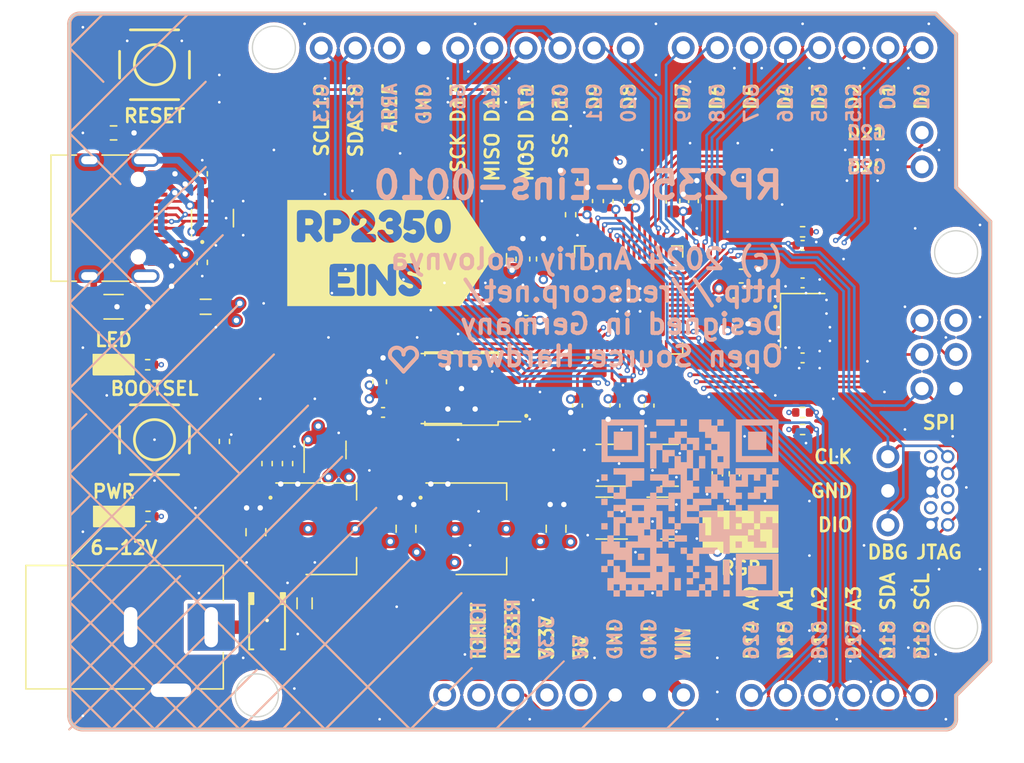
<source format=kicad_pcb>
(kicad_pcb (version 20240108) (generator "pcbnew") (generator_version "8.0")
  (title_block (title "RP2350-Eins-0010") (date "2024-08-24") (rev "1.0") (company "(c) 2024 Andriy Golovnya") (comment 1 "RP2350 based board with Arduino Uno footprint") (comment 2 "Designed in Germany") (comment 3 "http://redscorp.net/"))
  (layers (0 "F.Cu" signal) (1 "In1.Cu" power) (2 "In2.Cu" power) (31 "B.Cu" signal) (34 "B.Paste" user) (35 "F.Paste" user) (36 "B.SilkS" user "B.Silkscreen") (37 "F.SilkS" user "F.Silkscreen") (38 "B.Mask" user) (39 "F.Mask" user) (44 "Edge.Cuts" user))
  (net 0 "")
  (net 1 "+3V3")
  (net 2 "RESET")
  (net 3 "+5V")
  (net 4 "GND")
  (net 5 "VIN")
  (net 6 "D14_A0")
  (net 7 "D15_A1")
  (net 8 "D16_A2")
  (net 9 "D17_A3")
  (net 10 "D18_SDA")
  (net 11 "D19_SCL")
  (net 12 "D0_RX")
  (net 13 "D1_TX")
  (net 14 "D2")
  (net 15 "D3")
  (net 16 "D4")
  (net 17 "D5")
  (net 18 "D6")
  (net 19 "D7")
  (net 20 "D8")
  (net 21 "D9")
  (net 22 "D10_SS")
  (net 23 "D11_MOSI")
  (net 24 "D12_MISO")
  (net 25 "D13_SCK")
  (net 26 "+1V1")
  (net 27 "Net-(D1-A)")
  (net 28 "Net-(D1-K)")
  (net 29 "D20")
  (net 30 "D21")
  (net 31 "VBUS")
  (net 32 "USB_DN")
  (net 33 "USB_DP")
  (net 34 "SWD")
  (net 35 "SWCLK")
  (net 39 "Net-(Q1-G)")
  (net 40 "Net-(R7-Pad1)")
  (net 41 "QSPI_SS")
  (net 42 "QSPI_SD1")
  (net 43 "QSPI_SD2")
  (net 44 "QSPI_SD0")
  (net 45 "QSPI_SCLK")
  (net 46 "QSPI_SD3")
  (net 48 "VREG_LX")
  (net 49 "Net-(D4-RK)")
  (net 50 "Net-(D4-BK)")
  (net 51 "Net-(D4-GK)")
  (net 52 "XIN")
  (net 53 "XOUT")
  (net 56 "AREF")
  (net 57 "SHIELD")
  (net 58 "Net-(J10-CC1)")
  (net 60 "Net-(J10-CC2)")
  (net 62 "Net-(D2-A)")
  (net 63 "Net-(D5-K)")
  (net 64 "VUSB")
  (net 65 "VPWR")
  (net 66 "LED_R")
  (net 67 "LED_G")
  (net 68 "LED_B")
  (net 69 "Net-(Q3-D)")
  (net 70 "Net-(Q4-D)")
  (net 71 "Net-(Q5-D)")
  (net 72 "VREG_AVDD")
  (footprint "Capacitor_SMD:C_0603_1608Metric" (layer "F.Cu") (at 160.782 91.948 90)
    (property "Reference" "C17" (hide yes))
    (property "Value" "2.2uF")
  )
  (footprint "Package_TO_SOT_SMD:SOT-23" (layer "F.Cu") (at 146.05 106.172 90)
    (property "Reference" "Q1" (hide yes))
    (property "Value" "AO3401A")
  )
  (footprint "Capacitor_SMD:C_0805_2012Metric" (layer "F.Cu") (at 152.077 112.047 90)
    (property "Reference" "C15" (hide yes))
    (property "Value" "10uF")
  )
  (footprint "Inductor_SMD:L_0805_2012Metric" (layer "F.Cu") (at 137.16 95.504)
    (property "Reference" "FB2" (hide yes))
    (property "Value" "100@100MHz")
  )
  (footprint "Inductor_SMD:L_0805_2012Metric" (layer "F.Cu") (at 144.526 117.602 90)
    (property "Reference" "FB1" (hide yes))
    (property "Value" "100@100MHz")
  )
  (footprint "Resistor_SMD:R_0402_1005Metric" (layer "F.Cu") (at 164.338 88.646 90)
    (property "Reference" "R2" (hide yes))
    (property "Value" "33")
  )
  (footprint "RP2350A:RP2350A_QFN-60_EP_7.75x7.75_Pitch0.4mm" (layer "F.Cu") (at 168.656 94.996 90)
    (property "Reference" "U2" (hide yes))
    (property "Value" "RP2350A-QFN60")
  )
  (footprint "Capacitor_SMD:C_0603_1608Metric" (layer "F.Cu") (at 177.038 93.218)
    (property "Reference" "C5" (hide yes))
    (property "Value" "2.2uF")
  )
  (footprint "Package_TO_SOT_SMD:SOT-23" (layer "F.Cu") (at 171.704 111.252)
    (property "Reference" "Q4" (hide yes))
    (property "Value" "AO3400A")
  )
  (footprint "Resistor_SMD:R_0402_1005Metric" (layer "F.Cu") (at 181.61 103.378)
    (property "Reference" "R3" (hide yes))
    (property "Value" "10k")
  )
  (footprint "Resistor_SMD:R_0402_1005Metric" (layer "F.Cu") (at 141.732 107.188 90)
    (property "Reference" "R8" (hide yes))
    (property "Value" "10k")
  )
  (footprint "Capacitor_SMD:C_0603_1608Metric" (layer "F.Cu") (at 150.114 101.092 90)
    (property "Reference" "C16" (hide yes))
    (property "Value" "2.2uF")
  )
  (footprint "Resistor_SMD:R_0402_1005Metric" (layer "F.Cu") (at 143.256 107.188 -90)
    (property "Reference" "R9" (hide yes))
    (property "Value" "10k")
  )
  (footprint "Package_SO:SOIC-8_5.23x5.23mm_P1.27mm" (layer "F.Cu") (at 156.21 101.6 180)
    (property "Reference" "U1" (hide yes))
    (property "Value" "W25Q128JVS")
  )
  (footprint "Resistor_SMD:R_0402_1005Metric" (layer "F.Cu") (at 181.61 89.916 180)
    (property "Reference" "R5" (hide yes))
    (property "Value" "10k")
  )
  (footprint "Capacitor_SMD:C_0603_1608Metric" (layer "F.Cu") (at 164.338 86.106 90)
    (property "Reference" "C23" (hide yes))
    (property "Value" "2.2uF")
  )
  (footprint "PCM_4ms_Switch:Button_Tact_Sqkg" (layer "F.Cu") (at 133.35 77.47 180)
    (property "Reference" "SW2" (hide yes))
    (property "Value" "RESET")
  )
  (footprint "Connector_PinSocket_2.54mm:PinSocket_1x06_P2.54mm_Vertical" (layer "F.Cu") (at 177.8 124.46 90)
    (property "Reference" "J3" (hide yes))
    (property "Value" "CONN_A")
  )
  (footprint "Connector_BarrelJack:BarrelJack_Horizontal" (layer "F.Cu") (at 137.572 119.38)
    (property "Reference" "J1" (hide yes))
    (property "Value" "CONN_PWR")
  )
  (footprint "Resistor_SMD:R_0402_1005Metric" (layer "F.Cu") (at 176.53 107.95 -90)
    (property "Reference" "R14" (hide yes))
    (property "Value" "5k1")
  )
  (footprint "Resistor_SMD:R_0402_1005Metric" (layer "F.Cu") (at 136.906 92.2 -90)
    (property "Reference" "R11" (hide yes))
    (property "Value" "5k1")
  )
  (footprint "Package_TO_SOT_SMD:SOT-223-3_TabPin2" (layer "F.Cu") (at 146.489 112.047)
    (property "Reference" "U3" (hide yes))
    (property "Value" "AMS1117-5.0")
  )
  (footprint "LED_SMD:LED_RGB_1210" (layer "F.Cu") (at 177.038 112.268)
    (property "Reference" "D4" (hide yes))
    (property "Value" "XL-3227RGB-RF")
  )
  (footprint "Crystal:Crystal_SMD_3225-4Pin_3.2x2.5mm" (layer "F.Cu") (at 181.61 96.52 -90)
    (property "Reference" "Y1" (hide yes))
    (property "Value" "12MHz")
  )
  (footprint "Capacitor_SMD:C_0402_1005Metric" (layer "F.Cu") (at 176.53 94.488)
    (property "Reference" "C7" (hide yes))
    (property "Value" "100nF")
  )
  (footprint "Capacitor_SMD:C_0805_2012Metric" (layer "F.Cu") (at 163.253 112.047 90)
    (property "Reference" "C14" (hide yes))
    (property "Value" "10uF")
  )
  (footprint "PCM_4ms_Diode:D_DO-214AC_SMA" (layer "F.Cu") (at 141.732 118.872 -90)
    (property "Reference" "D5" (hide yes))
    (property "Value" "SS14" (hide yes))
  )
  (footprint "Package_TO_SOT_SMD:SOT-23" (layer "F.Cu") (at 166.878 111.252 180)
    (property "Reference" "Q3" (hide yes))
    (property "Value" "AO3400A")
  )
  (footprint "Capacitor_SMD:C_0402_1005Metric" (layer "F.Cu") (at 181.61 90.932)
    (property "Reference" "C13" (hide yes))
    (property "Value" "100nF")
  )
  (footprint "Capacitor_SMD:C_0402_1005Metric" (layer "F.Cu") (at 176.53 96.774)
    (property "Reference" "C6" (hide yes))
    (property "Value" "100nF")
  )
  (footprint "Capacitor_SMD:C_0402_1005Metric" (layer "F.Cu") (at 167.64 102.87 -90)
    (property "Reference" "C22" (hide yes))
    (property "Value" "100nF")
  )
  (footprint "Capacitor_SMD:C_0402_1005Metric" (layer "F.Cu") (at 181.61 93.726)
    (property "Reference" "C20" (hide yes))
    (property "Value" "12pF")
  )
  (footprint "Capacitor_SMD:C_0805_2012Metric" (layer "F.Cu") (at 140.901 112.301 90)
    (property "Reference" "C12" (hide yes))
    (property "Value" "10uF")
  )
  (footprint "LED_SMD:LED_0603_1608Metric" (layer "F.Cu") (at 130.302 99.822)
    (property "Reference" "D1" (hide yes))
    (property "Value" "RED")
  )
  (footprint "Package_TO_SOT_SMD:SOT-23" (layer "F.Cu") (at 171.704 107.315)
    (property "Reference" "Q5" (hide yes))
    (property "Value" "AO3400A")
  )
  (footprint "PCM_4ms_Switch:Button_Tact_Sqkg" (layer "F.Cu") (at 133.35 105.41)
    (property "Reference" "SW1" (hide yes))
    (property "Value" "BOOTSEL")
  )
  (footprint "Capacitor_SMD:C_0402_1005Metric" (layer "F.Cu") (at 168.656 87.63 90)
    (property "Reference" "C24" (hide yes))
    (property "Value" "100nF")
  )
  (footprint "Resistor_SMD:R_0402_1005Metric" (layer "F.Cu") (at 175.26 107.95 -90)
    (property "Reference" "R13" (hide yes))
    (property "Value" "5k1")
  )
  (footprint "Connector_PinSocket_2.54mm:PinSocket_1x08_P2.54mm_Vertical" (layer "F.Cu") (at 154.955 124.435 90)
    (property "Reference" "J4" (hide yes))
    (property "Value" "CONN_P")
  )
  (footprint "Resistor_SMD:R_0402_1005Metric" (layer "F.Cu") (at 132.8675 111.125 180)
    (property "Reference" "R6" (hide yes))
    (property "Value" "5k1")
  )
  (footprint "Capacitor_SMD:C_0402_1005Metric" (layer "F.Cu") (at 181.61 99.314 180)
    (property "Reference" "C19" (hide yes))
    (property "Value" "12pF")
  )
  (footprint "Resistor_SMD:R_0402_1005Metric" (layer "F.Cu") (at 181.61 104.648)
    (property "Reference" "R4" (hide yes))
    (property "Value" "10k")
  )
  (footprint "Package_TO_SOT_SMD:SOT-23" (layer "F.Cu") (at 166.878 107.315 180)
    (property "Reference" "Q2" (hide yes))
    (property "Value" "AO3400A")
  )
  (footprint "Connector_PinHeader_2.54mm:PinHeader_2x03_P2.54mm_Vertical" (layer "F.Cu") (at 190.495 96.52)
    (property "Reference" "J2" (hide yes))
    (property "Value" "CONN_ICSP")
  )
  (footprint "Capacitor_SMD:C_0402_1005Metric" (layer "F.Cu") (at 173.482 87.63 90)
    (property "Reference" "C3" (hide yes))
    (property "Value" "100nF")
  )
  (footprint "Resistor_SMD:R_0402_1005Metric" (layer "F.Cu") (at 132.842 99.822)
    (property "Reference" "R1" (hide yes))
    (property "Value" "5k1")
  )
  (footprint "Capacitor_SMD:C_0402_1005Metric" (layer "F.Cu") (at 164.846 102.87 -90)
    (property "Reference" "C11" (hide yes))
    (property "Value" "100nF")
  )
  (footprint "Connector_PinSocket_2.54mm:PinSocket_1x10_P2.54mm_Vertical" (layer "F.Cu") (at 168.626 76.225 -90)
    (property "Reference" "J9" (hide yes))
    (property "Value" "CONN_D2")
  )
  (footprint "Resistor_SMD:R_0402_1005Metric" (layer "F.Cu") (at 177.8 107.95 -90)
    (property "Reference" "R15" (hide yes))
    (property "Value" "5k1")
  )
  (footprint "LED_SMD:LED_0603_1608Metric" (layer "F.Cu") (at 130.3275 111.125)
    (property "Reference" "D2" (hide yes))
    (property "Value" "RED")
  )
  (footprint "Capacitor_SMD:C_0603_1608Metric" (layer "F.Cu") (at 162.306 91.948 90)
    (property "Reference" "C18" (hide yes))
    (property "Value" "2.2uF")
  )
  (footprint "kibuzzard-66CA2205" (layer "F.Cu") (at 151 91.5)
    (property "Reference" "G2" (hide yes))
    (property "Value" "G***" (hide yes))
  )
  (footprint "Capacitor_SMD:C_0402_1005Metric" (layer "F.Cu") (at 150.368 103.378 180)
    (property "Reference" "C2" (hide yes))
    (property "Value" "100nF")
  )
  (footprint "Capacitor_SMD:C_0402_1005Metric" (layer "F.Cu") (at 170.18 102.87 -90)
    (property "Reference" "C8" (hide yes))
    (property "Value" "100nF")
  )
  (footprint "Connector_PinHeader_1.27mm:PinHeader_2x05_P1.27mm_Vertical" (layer "F.Cu") (at 191.145 106.67)
    (property "Reference" "J7" (hide yes))
    (property "Value" "CONN_JTAG")
  )
  (footprint "Package_SON:WSON-8-1EP_6x5mm_P1.27mm_EP3.4x4.3mm" (layer "F.Cu") (at 156.21 101.6 180)
    (property "Reference" "U4" (hide yes))
    (property "Value" "W25Q128JVEIQ")
  )
  (footprint "Resistor_SMD:R_0402_1005Metric" (layer "F.Cu") (at 138.557 105.537 90)
    (property "Reference" "R7" (hide yes))
    (property "Value" "1k")
  )
  (footprint "Connector_PinHeader_2.54mm:PinHeader_1x03_P2.54mm_Vertical" (layer "F.Cu") (at 187.96 106.68)
    (property "Reference" "J6" (hide yes))
    (property "Value" "CONN_DBG")
  )
  (footprint "Capacitor_SMD:C_0402_1005Metric" (layer "F.Cu") (at 165.608 87.63 90)
    (property "Reference" "C4" (hide yes))
    (property "Value" "100nF")
  )
  (footprint "Capacitor_SMD:C_0402_1005Metric" (layer "F.Cu") (at 167.132 87.63 90)
    (property "Reference" "C9" (hide yes))
    (property "Value" "100nF")
  )
  (footprint "Inductor_SMD:L_0805_2012Metric" (layer "F.Cu") (at 159.004 91.948 90)
    (property "Reference" "L1" (hide yes))
    (property "Value" "3.3uH")
  )
  (footprint "Connector_USB:USB_C_Receptacle_HRO_TYPE-C-31-M-12" (layer "F.Cu") (at 129.54 88.9 -90)
    (property "Reference" "J10" (hide yes))
    (property "Value" "CONN_USB")
  )
  (footprint "Package_TO_SOT_SMD:SOT-223-3_TabPin2" (layer "F.Cu") (at 157.665 112.047)
    (property "Reference" "U5" (hide yes))
    (property "Value" "AMS1117-3.3")
  )
  (footprint "Capacitor_SMD:C_1206_3216Metric" (layer "F.Cu") (at 130.302 95.504)
    (property "Reference" "C21" (hide yes))
    (property "Value" "4.7nF 1kV")
  )
  (footprint "Capacitor_SMD:C_0603_1608Metric" (layer "F.Cu") (at 171.958 87.63 90)
    (property "Reference" "C1" (hide yes))
    (property "Value" "2.2uF")
  )
  (footprint "Package_TO_SOT_SMD:SOT-143" (layer "F.Cu") (at 137.668 88.9 90)
    (property "Reference" "D3" (hide yes))
    (property "Value" "PRTR5V0U2X")
  )
  (footprint "Connector_PinSocket_2.54mm:PinSocket_1x08_P2.54mm_Vertical" (layer "F.Cu") (at 190.5 76.2 -90)
    (property "Reference" "J8" (hide yes))
    (property "Value" "CONN_D1")
  )
  (footprint "Resistor_SMD:R_0402_1005Metric" (layer "F.Cu") (at 136.906 85.598 90)
    (property "Reference" "R10" (hide yes))
    (property "Value" "5k1")
  )
  (footprint "Resistor_SMD:R_0603_1608Metric" (layer "F.Cu") (at 130.302 82.55)
    (property "Reference" "R12" (hide yes))
    (property "Value" "1M")
  )
  (footprint "Capacitor_SMD:C_0402_1005Metric" (layer "F.Cu") (at 161.036 96.52 180)
    (property "Reference" "C10" (hide yes))
    (property "Value" "100nF")
  )
  (footprint "Connector_PinHeader_2.54mm:PinHeader_1x02_P2.54mm_Vertical" (layer "F.Cu") (at 190.5 85.07 180)
    (property "Reference" "J5" (hide yes))
    (property "Value" "CONN_X")
  )
  (footprint "LOGO" (layer "B.Cu") (at 173.228 110.49 180)
    (property "Reference" "G1" (hide yes))
    (property "Value" "QR-CODE" (hide yes))
  )
  (gr_line (start 127 111.125) (end 128.524 109.601) (stroke (width 0.15)) (layer "B.SilkS"))
  (gr_line (start 191.516002 73.659998) (end 127.762002 73.659998) (stroke (width 0.3)) (layer "B.SilkS"))
  (gr_line (start 127 95.25) (end 139.7 107.95) (stroke (width 0.15)) (layer "B.SilkS"))
  (gr_line (start 158.75 127) (end 163.83 121.92) (stroke (width 0.15)) (layer "B.SilkS"))
  (gr_arc (start 150.929631 99.287185) (mid 151.267285 98.565589) (end 151.892 99.06) (stroke (width 0.3)) (layer "B.SilkS"))
  (gr_line (start 127 88.9) (end 133.35 95.25) (stroke (width 0.15)) (layer "B.SilkS"))
  (gr_line (start 193.040002 86.613998) (end 193.040002 75.183998) (stroke (width 0.3)) (layer "B.SilkS"))
  (gr_arc (start 193.040002 126.237998) (mid 192.816817 126.776813) (end 192.278002 126.999998) (stroke (width 0.3)) (layer "B.SilkS"))
  (gr_line (start 127 123.825) (end 135.255 115.57) (stroke (width 0.15)) (layer "B.SilkS"))
  (gr_arc (start 127.000002 74.421998) (mid 127.223186 73.883182) (end 127.762002 73.659998) (stroke (width 0.3)) (layer "B.SilkS"))
  (gr_line (start 133.35 127) (end 149.86 110.49) (stroke (width 0.15)) (layer "B.SilkS"))
  (gr_line (start 127 82.55) (end 129.54 80.01) (stroke (width 0.15)) (layer "B.SilkS"))
  (gr_line (start 171.45 127) (end 172.72 125.73) (stroke (width 0.15)) (layer "B.SilkS"))
  (gr_line (start 193.040002 126.237998) (end 193.040002 124.459998) (stroke (width 0.3)) (layer "B.SilkS"))
  (gr_line (start 127 107.95) (end 139.7 95.25) (stroke (width 0.15)) (layer "B.SilkS"))
  (gr_arc (start 128.016002 126.999998) (mid 127.297581 126.702419) (end 127.000002 125.983998) (stroke (width 0.3)) (layer "B.SilkS"))
  (gr_line (start 127 82.55) (end 130.81 86.36) (stroke (width 0.15)) (layer "B.SilkS"))
  (gr_line (start 127 127) (end 147.32 106.68) (stroke (width 0.15)) (layer "B.SilkS"))
  (gr_line (start 127 76.2) (end 129.54 73.66) (stroke (width 0.15)) (layer "B.SilkS"))
  (gr_line (start 127 101.6) (end 152.4 127) (stroke (width 0.15)) (layer "B.SilkS"))
  (gr_line (start 142.875 127) (end 144.145 125.73) (stroke (width 0.15)) (layer "B.SilkS"))
  (gr_line (start 127 107.95) (end 146.05 127) (stroke (width 0.15)) (layer "B.SilkS"))
  (gr_arc (start 151.892 99.06) (mid 152.516715 98.56559) (end 152.854369 99.287185) (stroke (width 0.3)) (layer "B.SilkS"))
  (gr_line (start 151.892 100.33) (end 152.854369 99.287185) (stroke (width 0.3)) (layer "B.SilkS"))
  (gr_line (start 195.580002 121.919998) (end 195.580002 89.153998) (stroke (width 0.3)) (layer "B.SilkS"))
  (gr_line (start 150.929631 99.287185) (end 151.892 100.33) (stroke (width 0.3)) (layer "B.SilkS"))
  (gr_line (start 193.040002 124.459998) (end 195.580002 121.919998) (stroke (width 0.3)) (layer "B.SilkS"))
  (gr_line (start 139.7 127) (end 152.4 114.3) (stroke (width 0.15)) (layer "B.SilkS"))
  (gr_line (start 130.175 127) (end 137.795 119.38) (stroke (width 0.15)) (layer "B.SilkS"))
  (gr_line (start 127 95.25) (end 137.16 85.09) (stroke (width 0.15)) (layer "B.SilkS"))
  (gr_line (start 195.580002 89.153998) (end 193.040002 86.613998) (stroke (width 0.3)) (layer "B.SilkS"))
  (gr_line (start 127 101.6) (end 138.43 90.17) (stroke (width 0.15)) (layer "B.SilkS"))
  (gr_line (start 127 123.825) (end 130.175 127) (stroke (width 0.15)) (layer "B.SilkS"))
  (gr_line (start 129.54 80.01) (end 135.89 73.66) (stroke (width 0.15)) (layer "B.SilkS"))
  (gr_line (start 127 76.2) (end 129.54 78.74) (stroke (width 0.15)) (layer "B.SilkS"))
  (gr_line (start 165.1 127) (end 167.64 124.46) (stroke (width 0.15)) (layer "B.SilkS"))
  (gr_line (start 127 114.3) (end 139.7 127) (stroke (width 0.15)) (layer "B.SilkS"))
  (gr_line (start 193.040002 75.183998) (end 191.516002 73.659998) (stroke (width 0.3)) (layer "B.SilkS"))
  (gr_line (start 127 120.65) (end 133.35 127) (stroke (width 0.15)) (layer "B.SilkS"))
  (gr_line (start 127 117.475) (end 136.525 127) (stroke (width 0.15)) (layer "B.SilkS"))
  (gr_line (start 136.525 127) (end 140.97 122.555) (stroke (width 0.15)) (layer "B.SilkS"))
  (gr_line (start 127 117.475) (end 132.715 111.76) (stroke (width 0.15)) (layer "B.SilkS"))
  (gr_line (start 152.4 127) (end 156.972 122.428) (stroke (width 0.15)) (layer "B.SilkS"))
  (gr_line (start 127 88.9) (end 137.16 78.74) (stroke (width 0.15)) (layer "B.SilkS"))
  (gr_line (start 127.000002 74.421998) (end 127.000002 125.983998) (stroke (width 0.3)) (layer "B.SilkS"))
  (gr_line (start 127 114.3) (end 142.24 99.06) (stroke (width 0.15)) (layer "B.SilkS"))
  (gr_line (start 127 104.775) (end 128.27 103.505) (stroke (width 0.15)) (layer "B.SilkS"))
  (gr_line (start 146.05 127) (end 156.21 116.84) (stroke (width 0.15)) (layer "B.SilkS"))
  (gr_line (start 128.016002 126.999998) (end 192.278002 126.999998) (stroke (width 0.3)) (layer "B.SilkS"))
  (gr_line (start 127 120.65) (end 144.78 102.87) (stroke (width 0.15)) (layer "B.SilkS"))
  (gr_line (start 127 107.95) (end 132.334 102.616) (stroke (width 0.15)) (layer "F.SilkS"))
  (gr_arc (start 193.04 126.238) (mid 192.816816 126.776816) (end 192.278 127) (stroke (width 0.3)) (layer "F.SilkS"))
  (gr_line (start 134.366 102.616) (end 139.7 107.95) (stroke (width 0.15)) (layer "F.SilkS"))
  (gr_line (start 127 95.25) (end 132.08 90.17) (stroke (width 0.15)) (layer "F.SilkS"))
  (gr_line (start 127 111.125) (end 128.5875 109.5375) (stroke (width 0.15)) (layer "F.SilkS"))
  (gr_line (start 127 114.427) (end 131.064 110.236) (stroke (width 0.15)) (layer "F.SilkS"))
  (gr_line (start 139.7 107.95) (end 144.78 102.87) (stroke (width 0.15)) (layer "F.SilkS"))
  (gr_line (start 139.7 127) (end 152.4 114.3) (stroke (width 0.15)) (layer "F.SilkS"))
  (gr_rect (start 128.817 99.087) (end 131.80231 100.542503) (stroke (width 0.15)) (fill solid) (layer "F.SilkS"))
  (gr_line (start 127 82.55) (end 135.89 73.66) (stroke (width 0.15)) (layer "F.SilkS"))
  (gr_line (start 136.525 127) (end 140.97 122.555) (stroke (width 0.15)) (layer "F.SilkS"))
  (gr_circle (center 141.986 109.728) (end 141.987764 109.807641) (stroke (width 0.15)) (fill none) (layer "F.SilkS"))
  (gr_line (start 127 76.2) (end 129.54 78.74) (stroke (width 0.15)) (layer "F.SilkS"))
  (gr_line (start 158.75 127) (end 163.322 122.428) (stroke (width 0.15)) (layer "F.SilkS"))
  (gr_line (start 131.699 96.901) (end 138.43 90.17) (stroke (width 0.15)) (layer "F.SilkS"))
  (gr_line (start 127 82.55) (end 130.81 86.36) (stroke (width 0.15)) (layer "F.SilkS"))
  (gr_line (start 134.493 100.457) (end 139.7 95.25) (stroke (width 0.15)) (layer "F.SilkS"))
  (gr_line (start 195.58 89.154) (end 193.04 86.614) (stroke (width 0.3)) (layer "F.SilkS"))
  (gr_line (start 151.13 121.92) (end 156.21 116.84) (stroke (width 0.15)) (layer "F.SilkS"))
  (gr_circle (center 153.162 109.728) (end 153.163764 109.807641) (stroke (width 0.15)) (fill none) (layer "F.SilkS"))
  (gr_line (start 128.016 127) (end 192.278 127) (stroke (width 0.3)) (layer "F.SilkS"))
  (gr_line (start 127 127) (end 147.32 106.68) (stroke (width 0.15)) (layer "F.SilkS"))
  (gr_line (start 129.286 110.236) (end 131.445 112.395) (stroke (width 0.15)) (layer "F.SilkS"))
  (gr_line (start 127 120.65) (end 133.35 127) (stroke (width 0.15)) (layer "F.SilkS"))
  (gr_line (start 165.1 127) (end 167.64 124.46) (stroke (width 0.15)) (layer "F.SilkS"))
  (gr_line (start 193.04 126.238) (end 193.04 124.46) (stroke (width 0.3)) (layer "F.SilkS"))
  (gr_line (start 127 104.775) (end 128.27 103.505) (stroke (width 0.15)) (layer "F.SilkS"))
  (gr_line (start 127 101.6) (end 152.4 127) (stroke (width 0.15)) (layer "F.SilkS"))
  (gr_line (start 127 76.2) (end 129.54 73.66) (stroke (width 0.15)) (layer "F.SilkS"))
  (gr_line (start 127 114.3) (end 139.7 127) (stroke (width 0.15)) (layer "F.SilkS"))
  (gr_line (start 127 117.475) (end 136.525 127) (stroke (width 0.15)) (layer "F.SilkS"))
  (gr_rect (start 174.238 110.768) (end 179.738 113.768) (stroke (width 0.15)) (fill solid) (layer "F.SilkS"))
  (gr_line (start 127 107.95) (end 128.5875 109.5375) (stroke (width 0.15)) (layer "F.SilkS"))
  (gr_line (start 132.08 90.17) (end 137.16 85.09) (stroke (width 0.15)) (layer "F.SilkS"))
  (gr_line (start 133.35 127) (end 149.86 110.49) (stroke (width 0.15)) (layer "F.SilkS"))
  (gr_line (start 127 120.65) (end 139.7 107.95) (stroke (width 0.15)) (layer "F.SilkS"))
  (gr_line (start 195.58 121.92) (end 195.58 89.154) (stroke (width 0.3)) (layer "F.SilkS"))
  (gr_arc (start 128.016 127) (mid 127.297579 126.702421) (end 127 125.984) (stroke (width 0.3)) (layer "F.SilkS"))
  (gr_arc (start 127 74.422) (mid 127.223184 73.883184) (end 127.762 73.66) (stroke (width 0.3)) (layer "F.SilkS"))
  (gr_line (start 191.516 73.66) (end 127.762 73.66) (stroke (width 0.3)) (layer "F.SilkS"))
  (gr_rect (start 128.8425 110.406237) (end 131.826 111.86) (stroke (width 0.15)) (fill solid) (layer "F.SilkS"))
  (gr_line (start 127 123.825) (end 135.255 115.57) (stroke (width 0.15)) (layer "F.SilkS"))
  (gr_circle (center 173.736 111.506) (end 173.737764 111.585641) (stroke (width 0.15)) (fill none) (layer "F.SilkS"))
  (gr_line (start 193.04 86.614) (end 193.04 75.184) (stroke (width 0.3)) (layer "F.SilkS"))
  (gr_line (start 193.04 75.184) (end 191.516 73.66) (stroke (width 0.3)) (layer "F.SilkS"))
  (gr_line (start 127 101.6) (end 129.667 98.933) (stroke (width 0.15)) (layer "F.SilkS"))
  (gr_line (start 142.875 127) (end 144.145 125.73) (stroke (width 0.15)) (layer "F.SilkS"))
  (gr_line (start 130.683 98.933) (end 132.207 100.457) (stroke (width 0.15)) (layer "F.SilkS"))
  (gr_circle (center 179.578 95.504) (end 179.579764 95.583641) (stroke (width 0.15)) (fill none) (layer "F.SilkS"))
  (gr_circle (center 136.906 90.678) (end 136.907764 90.757641) (stroke (width 0.15)) (fill none) (layer "F.SilkS"))
  (gr_circle (center 161.036 103.632) (end 161.037764 103.711641) (stroke (width 0.15)) (fill none) (layer "F.SilkS"))
  (gr_line (start 171.45 127) (end 172.72 125.73) (stroke (width 0.15)) (layer "F.SilkS"))
  (gr_line (start 127 123.825) (end 130.175 127) (stroke (width 0.15)) (layer "F.SilkS"))
  (gr_line (start 137.16 78.74) (end 135.89 80.01) (stroke (width 0.15)) (layer "F.SilkS"))
  (gr_line (start 146.05 127) (end 151.13 121.92) (stroke (width 0.15)) (layer "F.SilkS"))
  (gr_line (start 127 117.475) (end 130.175 114.3) (stroke (width 0.15)) (layer "F.SilkS"))
  (gr_line (start 127 88.9) (end 133.35 95.25) (stroke (width 0.15)) (layer "F.SilkS"))
  (gr_line (start 193.04 124.46) (end 195.58 121.92) (stroke (width 0.3)) (layer "F.SilkS"))
  (gr_line (start 133.35 114.3) (end 146.05 127) (stroke (width 0.15)) (layer "F.SilkS"))
  (gr_line (start 130.175 127) (end 137.795 119.38) (stroke (width 0.15)) (layer "F.SilkS"))
  (gr_line (start 127 74.422) (end 127 125.984) (stroke (width 0.3)) (layer "F.SilkS"))
  (gr_line (start 152.4 127) (end 156.972 122.428) (stroke (width 0.15)) (layer "F.SilkS"))
  (gr_line (start 132.334 108.966) (end 142.24 99.06) (stroke (width 0.15)) (layer "F.SilkS"))
  (gr_line (start 127 95.25) (end 128.651 96.901) (stroke (width 0.15)) (layer "F.SilkS"))
  (gr_circle (center 165.608 99.314) (end 165.609764 99.393641) (stroke (width 0.15)) (fill none) (layer "F.SilkS"))
  (gr_line (start 132.715 111.76) (end 132.08 112.395) (stroke (width 0.15)) (layer "F.SilkS"))
  (gr_line (start 127 88.9) (end 133.35 82.55) (stroke (width 0.15)) (layer "F.SilkS"))
  (gr_line (start 127.762 73.66) (end 191.516 73.66) (stroke (width 0.1)) (layer "Edge.Cuts"))
  (gr_line (start 193.04 75.184) (end 193.04 86.614) (stroke (width 0.1)) (layer "Edge.Cuts"))
  (gr_arc (start 127 74.422) (mid 127.223185 73.883185) (end 127.762 73.66) (stroke (width 0.1)) (layer "Edge.Cuts"))
  (gr_line (start 195.58 121.92) (end 193.04 124.46) (stroke (width 0.1)) (layer "Edge.Cuts"))
  (gr_arc (start 193.04 126.238) (mid 192.816815 126.776815) (end 192.278 127) (stroke (width 0.1)) (layer "Edge.Cuts"))
  (gr_line (start 191.516 73.66) (end 193.04 75.184) (stroke (width 0.1)) (layer "Edge.Cuts"))
  (gr_line (start 192.278 127) (end 128.016 127) (stroke (width 0.1)) (layer "Edge.Cuts"))
  (gr_line (start 193.04 86.614) (end 195.58 89.154) (stroke (width 0.1)) (layer "Edge.Cuts"))
  (gr_line (start 193.04 124.46) (end 193.04 126.238) (stroke (width 0.1)) (layer "Edge.Cuts"))
  (gr_circle (center 193.04 91.44) (end 194.64 91.44) (stroke (width 0.1)) (fill none) (layer "Edge.Cuts"))
  (gr_circle (center 193.04 119.38) (end 194.64 119.38) (stroke (width 0.1)) (fill none) (layer "Edge.Cuts"))
  (gr_line (start 127 125.984) (end 127 74.422) (stroke (width 0.1)) (layer "Edge.Cuts"))
  (gr_circle (center 142.24 76.2) (end 143.84 76.2) (stroke (width 0.1)) (fill none) (layer "Edge.Cuts"))
  (gr_arc (start 128.016 127) (mid 127.29758 126.70242) (end 127 125.984) (stroke (width 0.1)) (layer "Edge.Cuts"))
  (gr_line (start 195.58 89.154) (end 195.58 121.92) (stroke (width 0.1)) (layer "Edge.Cuts"))
  (gr_circle (center 140.97 124.46) (end 142.57 124.46) (stroke (width 0.1)) (fill none) (layer "Edge.Cuts"))
  (gr_text "G26" (at 177.8 121.92 90) (layer "B.SilkS") (effects (font (size 1 1) (thickness 0.2) (bold yes)) (justify right mirror)))
  (gr_text "GND" (at 153.416 78.74 90) (layer "B.SilkS") (effects (font (size 1 1) (thickness 0.2) (bold yes)) (justify left mirror)))
  (gr_text "G29" (at 185.42 121.92 90) (layer "B.SilkS") (effects (font (size 1 1) (thickness 0.2) (bold yes)) (justify right mirror)))
  (gr_text "G21" (at 166.116 78.74 90) (layer "B.SilkS") (effects (font (size 1 1) (thickness 0.2) (bold yes)) (justify left mirror)))
  (gr_text "GND" (at 167.64 121.92 90) (layer "B.SilkS") (effects (font (size 1 1) (thickness 0.2) (bold yes)) (justify right mirror)))
  (gr_text "RESET" (at 160.02 121.92 90) (layer "B.SilkS") (effects (font (size 1 1) (thickness 0.2) (bold yes)) (justify right mirror)))
  (gr_text "G25" (at 185.42 78.74 90) (layer "B.SilkS") (effects (font (size 1 1) (thickness 0.2) (bold yes)) (justify left mirror)))
  (gr_text "G12" (at 148.336 78.74 90) (layer "B.SilkS") (effects (font (size 1 1) (thickness 0.2) (bold yes)) (justify left mirror)))
  (gr_text "G13" (at 190.5 121.92 90) (layer "B.SilkS") (effects (font (size 1 1) (thickness 0.2) (bold yes)) (justify right mirror)))
  (gr_text "IOREF" (at 157.48 121.92 90) (layer "B.SilkS") (effects (font (size 1 1) (thickness 0.2) (bold yes)) (justify right mirror)))
  (gr_text "G4" (at 158.496 78.74 90) (layer "B.SilkS") (effects (font (size 1 1) (thickness 0.2) (bold yes)) (justify left mirror)))
  (gr_text "G23" (at 187.96 85.09 0) (layer "B.SilkS") (effects (font (size 1 1) (thickness 0.2) (bold yes)) (justify left mirror)))
  (gr_text "G18" (at 175.26 78.74 90) (layer "B.SilkS") (effects (font (size 1 1) (thickness 0.2) (bold yes)) (justify left mirror)))
  (gr_text "G28" (at 182.88 121.92 90) (layer "B.SilkS") (effects (font (size 1 1) (thickness 0.2) (bold yes)) (justify right mirror)))
  (gr_text "G13" (at 145.796 78.74 90) (layer "B.SilkS") (effects (font (size 1 1) (thickness 0.2) (bold yes)) (justify left mirror)))
  (gr_text "G5" (at 163.576 78.74 90) (layer "B.SilkS") (effects (font (size 1 1) (thickness 0.2) (bold yes)) (justify left mirror)))
  (gr_text "G27" (at 180.34 121.92 90) (layer "B.SilkS") (effects (font (size 1 1) (thickness 0.2) (bold yes)) (justify right mirror)))
  (gr_text "G7" (at 161.036 78.74 90) (layer "B.SilkS") (effects (font (size 1 1) (thickness 0.2) (bold yes)) (justify left mirror)))
  (gr_text "G19" (at 172.72 78.74 90) (layer "B.SilkS") (effects (font (size 1 1) (thickness 0.2) (bold yes)) (justify left mirror)))
  (gr_text "G0" (at 187.96 78.74 90) (layer "B.SilkS") (effects (font (size 1 1) (thickness 0.2) (bold yes)) (justify left mirror)))
  (gr_text "G1" (at 190.5 78.74 90) (layer "B.SilkS") (effects (font (size 1 1) (thickness 0.2) (bold yes)) (justify left mirror)))
  (gr_text "G15" (at 182.88 78.74 90) (layer "B.SilkS") (effects (font (size 1 1) (thickness 0.2) (bold yes)) (justify left mirror)))
  (gr_text "G12" (at 187.96 121.92 90) (layer "B.SilkS") (effects (font (size 1 1) (thickness 0.2) (bold yes)) (justify right mirror)))
  (gr_text "G6" (at 155.956 78.74 90) (layer "B.SilkS") (effects (font (size 1 1) (thickness 0.2) (bold yes)) (justify left mirror)))
  (gr_text "G20" (at 168.656 78.74 90) (layer "B.SilkS") (effects (font (size 1 1) (thickness 0.2) (bold yes)) (justify left mirror)))
  (gr_text "AREF" (at 150.876 78.74 90) (layer "B.SilkS") (effects (font (size 1 1) (thickness 0.2) (bold yes)) (justify left mirror)))
  (gr_text "G16" (at 180.34 78.74 90) (layer "B.SilkS") (effects (font (size 1 1) (thickness 0.2) (bold yes)) (justify left mirror)))
  (gr_text "${TITLE}" (at 180.34 87.63 0) (layer "B.SilkS") (effects (font (size 2 2) (thickness 0.4) (bold yes)) (justify left bottom mirror)))
  (gr_text "GND" (at 170.18 121.92 90) (layer "B.SilkS") (effects (font (size 1 1) (thickness 0.2) (bold yes)) (justify right mirror)))
  (gr_text "VIN" (at 172.72 121.92 90) (layer "B.SilkS") (effects (font (size 1 1) (thickness 0.2) (bold yes)) (justify right mirror)))
  (gr_text "G22" (at 187.96 82.55 0) (layer "B.SilkS") (effects (font (size 1 1) (thickness 0.2) (bold yes)) (justify left mirror)))
  (gr_text "G17" (at 177.8 78.74 90) (layer "B.SilkS") (effects (font (size 1 1) (thickness 0.2) (bold yes)) (justify left mirror)))
  (gr_text "${COMPANY}\n${COMMENT3}\n${COMMENT2}\nOpen Source Hardware" (at 180.34 100.076 0) (layer "B.SilkS") (effects (font (size 1.5 1.5) (thickness 0.3) (bold yes)) (justify left bottom mirror)))
  (gr_text "5V" (at 165.1 121.92 90) (layer "B.SilkS") (effects (font (size 1 1) (thickness 0.2) (bold yes)) (justify right mirror)))
  (gr_text "3.3V" (at 162.56 121.92 90) (layer "B.SilkS") (effects (font (size 1 1) (thickness 0.2) (bold yes)) (justify right mirror)))
  (gr_text "D16 A2" (at 182.88 121.92 90) (layer "F.SilkS") (effects (font (size 1 1) (thickness 0.2) (bold yes)) (justify left)))
  (gr_text "DIO" (at 185.42 111.76 0) (layer "F.SilkS") (effects (font (size 1 1) (thickness 0.2) (bold yes)) (justify right)))
  (gr_text "SDA 18" (at 148.336 78.74 90) (layer "F.SilkS") (effects (font (size 1 1) (thickness 0.2) (bold yes)) (justify right)))
  (gr_text "SCL 19" (at 145.796 78.74 90) (layer "F.SilkS") (effects (font (size 1 1) (thickness 0.2) (bold yes)) (justify right)))
  (gr_text "RGB" (at 177.038 115.57 0) (layer "F.SilkS") (effects (font (size 1 1) (thickness 0.2) (bold yes)) (justify bottom)))
  (gr_text "D7" (at 172.72 78.74 90) (layer "F.SilkS") (effects (font (size 1 1) (thickness 0.2) (bold yes)) (justify right)))
  (gr_text "6-12V" (at 131.064 114.046 0) (layer "F.SilkS") (effects (font (size 1 1) (thickness 0.2) (bold yes)) (justify bottom)))
  (gr_text "SPI" (at 191.77 104.14 0) (layer "F.SilkS") (effects (font (size 1 1) (thickness 0.2) (bold yes))))
  (gr_text "LED" (at 130.302 98.552 0) (layer "F.SilkS") (effects (font (size 1 1) (thickness 0.2) (bold yes)) (justify bottom)))
  (gr_text "SS D10" (at 163.576 78.74 90) (layer "F.SilkS") (effects (font (size 1 1) (thickness 0.2) (bold yes)) (justify right)))
  (gr_text "D19 SCL" (at 190.5 121.92 90) (layer "F.SilkS") (effects (font (size 1 1) (thickness 0.2) (bold yes)) (justify left)))
  (gr_text "D18 SDA" (at 187.96 121.92 90) (layer "F.SilkS") (effects (font (size 1 1) (thickness 0.2) (bold yes)) (justify left)))
  (gr_text "D6" (at 175.26 78.74 90) (layer "F.SilkS") (effects (font (size 1 1) (thickness 0.2) (bold yes)) (justify right)))
  (gr_text "D1" (at 187.96 78.74 90) (layer "F.SilkS") (effects (font (size 1 1) (thickness 0.2) (bold yes)) (justify right)))
  (gr_text "GND" (at 167.64 121.92 90) (layer "F.SilkS") (effects (font (size 1 1) (thickness 0.2) (bold yes)) (justify left)))
  (gr_text "RESET" (at 160.02 121.92 90) (layer "F.SilkS") (effects (font (size 1 1) (thickness 0.2) (bold yes)) (justify left)))
  (gr_text "GND" (at 153.416 78.74 90) (layer "F.SilkS") (effects (font (size 1 1) (thickness 0.2) (bold yes)) (justify right)))
  (gr_text "D3" (at 182.88 78.74 90) (layer "F.SilkS") (effects (font (size 1 1) (thickness 0.2) (bold yes)) (justify right)))
  (gr_text "D8" (at 168.656 78.74 90) (layer "F.SilkS") (effects (font (size 1 1) (thickness 0.2) (bold yes)) (justify right)))
  (gr_text "JTAG" (at 191.77 113.792 0) (layer "F.SilkS") (effects (font (size 1 1) (thickness 0.2) (bold yes))))
  (gr_text "MOSI D11" (at 161.036 78.74 90) (layer "F.SilkS") (effects (font (size 1 1) (thickness 0.2) (bold yes)) (justify right)))
  (gr_text "D17 A3" (at 185.42 121.92 90) (layer "F.SilkS") (effects (font (size 1 1) (thickness 0.2) (bold yes)) (justify left)))
  (gr_text "D9" (at 166.116 78.74 90) (layer "F.SilkS") (effects (font (size 1 1) (thickness 0.2) (bold yes)) (justify right)))
  (gr_text "PWR" (at 130.3275 109.855 0) (layer "F.SilkS") (effects (font (size 1 1) (thickness 0.2) (bold yes)) (justify bottom)))
  (gr_text "D21" (at 187.96 82.55 0) (layer "F.SilkS") (effects (font (size 1 1) (thickness 0.2) (bold yes)) (justify right)))
  (gr_text "GND" (at 170.18 121.92 90) (layer "F.SilkS") (effects (font (size 1 1) (thickness 0.2) (bold yes)) (justify left)))
  (gr_text "D2" (at 185.42 78.74 90) (layer "F.SilkS") (effects (font (size 1 1) (thickness 0.2) (bold yes)) (justify right)))
  (gr_text "D15 A1" (at 180.34 121.92 90) (layer "F.SilkS") (effects (font (size 1 1) (thickness 0.2) (bold yes)) (justify left)))
  (gr_text "CLK" (at 185.42 106.68 0) (layer "F.SilkS") (effects (font (size 1 1) (thickness 0.2) (bold yes)) (justify right)))
  (gr_text "D0" (at 190.5 78.74 90) (layer "F.SilkS") (effects (font (size 1 1) (thickness 0.2) (bold yes)) (justify right)))
  (gr_text "D4" (at 180.34 78.74 90) (layer "F.SilkS") (effects (font (size 1 1) (thickness 0.2) (bold yes)) (justify right)))
  (gr_text "D14 A0" (at 177.8 121.92 90) (layer "F.SilkS") (effects (font (size 1 1) (thickness 0.2) (bold yes)) (justify left)))
  (gr_text "AREF" (at 150.876 78.74 90) (layer "F.SilkS") (effects (font (size 1 1) (thickness 0.2) (bold yes)) (justify right)))
  (gr_text "D20" (at 187.96 85.09 0) (layer "F.SilkS") (effects (font (size 1 1) (thickness 0.2) (bold yes)) (justify right)))
  (gr_text "VIN" (at 172.72 121.92 90) (layer "F.SilkS") (effects (font (size 1 1) (thickness 0.2) (bold yes)) (justify left)))
  (gr_text "3.3V" (at 162.56 121.92 90) (layer "F.SilkS") (effects (font (size 1 1) (thickness 0.2) (bold yes)) (justify left)))
  (gr_text "5V" (at 165.1 121.92 90) (layer "F.SilkS") (effects (font (size 1 1) (thickness 0.2) (bold yes)) (justify left)))
  (gr_text "IOREF" (at 157.48 121.92 90) (layer "F.SilkS") (effects (font (size 1 1) (thickness 0.2) (bold yes)) (justify left)))
  (gr_text "MISO D12" (at 158.496 78.74 90) (layer "F.SilkS") (effects (font (size 1 1) (thickness 0.2) (bold yes)) (justify right)))
  (gr_text "D5" (at 177.8 78.74 90) (layer "F.SilkS") (effects (font (size 1 1) (thickness 0.2) (bold yes)) (justify right)))
  (gr_text "SCK D13" (at 155.956 78.74 90) (layer "F.SilkS") (effects (font (size 1 1) (thickness 0.2) (bold yes)) (justify right)))
  (gr_text "GND" (at 185.42 109.22 0) (layer "F.SilkS") (effects (font (size 1 1) (thickness 0.2) (bold yes)) (justify right)))
  (gr_text "DBG" (at 187.96 113.792 0) (layer "F.SilkS") (effects (font (size 1 1) (thickness 0.2) (bold yes))))
  (segment (start 164.338 102.39) (end 164.846 102.39) (width 0.5) (layer "F.Cu") (net 1))
  (segment (start 168.656 90.621186) (end 168.91 90.367186) (width 0.2) (layer "F.Cu") (net 1))
  (segment (start 133.3775 111.125) (end 133.858 111.125) (width 0.2) (layer "F.Cu") (net 1))
  (segment (start 181.1 103.378) (end 180.594 103.378) (width 0.2) (layer "F.Cu") (net 1))
  (segment (start 175.26 112.996) (end 175.288 112.968) (width 0.5) (layer "F.Cu") (net 1))
  (segment (start 168.656 91.5585) (end 168.656 90.621186) (width 0.2) (layer "F.Cu") (net 1))
  (segment (start 151.765 103.505) (end 151.638 103.378) (width 0.5) (layer "F.Cu") (net 1))
  (segment (start 165.548 88.646) (end 165.548 88.17) (width 0.2) (layer "F.Cu") (net 1))
  (segment (start 150.114 101.867) (end 149.847 101.867) (width 0.5) (layer "F.Cu") (net 1))
  (segment (start 162.052 96.52) (end 162.502314 96.52) (width 0.2) (layer "F.Cu") (net 1))
  (segment (start 169.856 98.4335) (end 169.856 99.095974) (width 0.2) (layer "F.Cu") (net 1))
  (segment (start 162.085 112.997) (end 161.765 112.997) (width 1) (layer "F.Cu") (net 1))
  (segment (start 170.18 99.419974) (end 170.18 102.39) (width 0.2) (layer "F.Cu") (net 1))
  (segment (start 165.856 99.574) (end 165.856 98.4335) (width 0.2) (layer "F.Cu") (net 1))
  (segment (start 162.052 96.52) (end 161.516 96.52) (width 0.2) (layer "F.Cu") (net 1))
  (segment (start 165.856 88.954) (end 165.548 88.646) (width 0.2) (layer "F.Cu") (net 1))
  (segment (start 175.26 96.774) (end 176.05 96.774) (width 0.2) (layer "F.Cu") (net 1))
  (segment (start 172.72 89.662001) (end 172.974 89.916001) (width 0.2) (layer "F.Cu") (net 1))
  (segment (start 161.765 112.997) (end 160.815 112.047) (width 1) (layer "F.Cu") (net 1))
  (segment (start 172.974 89.916001) (end 172.974 91.694) (width 0.2) (layer "F.Cu") (net 1))
  (segment (start 164.305 112.997) (end 163.253 112.997) (width 1) (layer "F.Cu") (net 1))
  (segment (start 151.638 103.378) (end 150.848 103.378) (width 0.5) (layer "F.Cu") (net 1))
  (segment (start 165.548 88.646) (end 164.848 88.646) (width 0.2) (layer "F.Cu") (net 1))
  (segment (start 155.735 112.047) (end 154.515 112.047) (width 1) (layer "F.Cu") (net 1))
  (segment (start 175.26 113.792) (end 175.26 112.996) (width 0.5) (layer "F.Cu") (net 1))
  (segment (start 162.306 93.472) (end 162.306 92.723) (width 0.5) (layer "F.Cu") (net 1))
  (segment (start 172.72 88.392) (end 172.72 89.662001) (width 0.2) (layer "F.Cu") (net 1))
  (segment (start 164.338 113.03) (end 164.305 112.997) (width 1) (layer "F.Cu") (net 1))
  (segment (start 150.848 102.601) (end 150.848 103.378) (width 0.5) (layer "F.Cu") (net 1))
  (segment (start 169.136 88.11) (end 169.164 88.138) (width 0.2) (layer "F.Cu") (net 1))
  (segment (start 182.12 89.916) (end 182.626 89.916) (width 0.2) (layer "F.Cu") (net 1))
  (segment (start 162.085 112.997) (end 163.253 112.997) (width 1) (layer "F.Cu") (net 1))
  (segment (start 171.971 88.392) (end 171.958 88.405) (width 0.5) (layer "F.Cu") (net 1))
  (segment (start 149.847 101.867) (end 149.352 102.362) (width 0.5) (layer "F.Cu") (net 1))
  (segment (start 172.72 88.392) (end 171.971 88.392) (width 0.5) (layer "F.Cu") (net 1))
  (segment (start 173.187 88.405) (end 173.482 88.11) (width 0.5) (layer "F.Cu") (net 1))
  (segment (start 181.1 104.648) (end 180.594 104.648) (width 0.2) (layer "F.Cu") (net 1))
  (segment (start 150.114 101.867) (end 149.873 101.867) (width 0.5) (layer "F.Cu") (net 1))
  (segment (start 168.91 88.392) (end 169.164 88.138) (width 0.2) (layer "F.Cu") (net 1))
  (segment (start 164.846 100.584) (end 165.856 99.574) (width 0.2) (layer "F.Cu") (net 1))
  (segment (start 162.502314 96.52) (end 163.626314 95.396) (width 0.2) (layer "F.Cu") (net 1))
  (segment (start 169.672 102.39) (end 170.18 102.39) (width 0.5) (layer "F.Cu") (net 1))
  (segment (start 172.0935 96.196) (end 174.682 96.196) (width 0.2) (layer "F.Cu") (net 1))
  (segment (start 172.472 92.196) (end 172.0935 92.196) (width 0.2) (layer "F.Cu") (net 1))
  (segment (start 164.846 102.39) (end 164.846 100.584) (width 0.2) (layer "F.Cu") (net 1))
  (segment (start 172.974 91.694) (end 172.472 92.196) (width 0.2) (layer "F.Cu") (net 1))
  (segment (start 165.2185 94.996) (end 165.2185 95.396) (width 0.2) (layer "F.Cu") (net 1))
  (segment (start 164.848 88.646) (end 164.338 89.156) (width 0.2) (layer "F.Cu") (net 1))
  (segment (start 152.61 103.505) (end 151.765 103.505) (width 0.5) (layer "F.Cu") (net 1))
  (segment (start 174.682 96.196) (end 175.26 96.774) (width 0.2) (layer "F.Cu") (net 1))
  (segment (start 169.856 99.095974) (end 170.18 99.419974) (width 0.2) (layer "F.Cu") (net 1))
  (segment (start 150.114 101.867) (end 150.848 102.601) (width 0.5) (layer "F.Cu") (net 1))
  (segment (start 168.402 88.11) (end 169.136 88.11) (width 0.2) (layer "F.Cu") (net 1))
  (segment (start 172.72 88.418) (end 172.72 88.392) (width 0.2) (layer "F.Cu") (net 1))
  (segment (start 133.352 99.822) (end 133.858 99.822) (width 0.2) (layer "F.Cu") (net 1))
  (segment (start 168.656 91.5585) (end 168.656 91.44) (width 0.2) (layer "F.Cu") (net 1))
  (segment (start 165.548 88.17) (end 165.608 88.11) (width 0.2) (layer "F.Cu") (net 1))
  (segment (start 166.256 91.5585) (end 165.856 91.5585) (width 0.2) (layer "F.Cu") (net 1))
  (segment (start 163.626314 95.396) (end 165.2185 95.396) (width 0.2) (layer "F.Cu") (net 1))
  (segment (start 168.91 90.367186) (end 168.91 88.392) (width 0.2) (layer "F.Cu") (net 1))
  (segment (start 149.873 101.867) (end 149.352 101.346) (width 0.5) (layer "F.Cu") (net 1))
  (segment (start 162.979 93.396) (end 162.306 92.723) (width 0.2) (layer "F.Cu") (net 1))
  (segment (start 165.856 91.5585) (end 165.856 88.954) (width 0.2) (layer "F.Cu") (net 1))
  (segment (start 159.545 112.047) (end 160.815 112.047) (width 1) (layer "F.Cu") (net 1))
  (segment (start 159.545 112.047) (end 155.735 112.047) (width 1) (layer "F.Cu") (net 1))
  (segment (start 171.958 88.405) (end 173.187 88.405) (width 0.5) (layer "F.Cu") (net 1))
  (segment (start 165.2185 93.396) (end 162.979 93.396) (width 0.2) (layer "F.Cu") (net 1))
  (via (at 155.735 112.047) (size 0.7) (drill 0.4) (layers "F.Cu" "B.Cu") (net 1))
  (via (at 133.858 111.125) (size 0.4) (drill 0.2) (layers "F.Cu" "B.Cu") (net 1))
  (via (at 149.352 102.362) (size 0.7) (drill 0.4) (layers "F.Cu" "B.Cu") (net 1))
  (via (at 164.338 102.39) (size 0.7) (drill 0.4) (layers "F.Cu" "B.Cu") (net 1))
  (via (at 165.548 88.646) (size 0.7) (drill 0.4) (layers "F.Cu" "B.Cu") (net 1))
  (via (at 175.26 113.792) (size 0.7) (drill 0.4) (layers "F.Cu" "B.Cu") (net 1))
  (via (at 172.72 88.392) (size 0.7) (drill 0.4) (layers "F.Cu" "B.Cu") (net 1))
  (via (at 180.594 103.378) (size 0.4) (drill 0.2) (layers "F.Cu" "B.Cu") (net 1))
  (via (at 164.338 113.03) (size 0.7) (drill 0.4) (layers "F.Cu" "B.Cu") (net 1))
  (via (at 162.306 93.472) (size 0.7) (drill 0.4) (layers "F.Cu" "B.Cu") (net 1))
  (via (at 159.545 112.047) (size 0.7) (drill 0.4) (layers "F.Cu" "B.Cu") (net 1))
  (via (at 133.858 99.822) (size 0.4) (drill 0.2) (layers "F.Cu" "B.Cu") (net 1))
  (via (at 169.164 88.138) (size 0.7) (drill 0.4) (layers "F.Cu" "B.Cu") (net 1))
  (via (at 162.085 112.997) (size 0.7) (drill 0.4) (layers "F.Cu" "B.Cu") (net 1))
  (via (at 176.022 97.282) (size 0.7) (drill 0.4) (layers "F.Cu" "B.Cu") (net 1))
  (via (at 149.352 101.346) (size 0.7) (drill 0.4) (layers "F.Cu" "B.Cu") (net 1))
  (via (at 162.052 96.52) (size 0.7) (drill 0.4) (layers "F.Cu" "B.Cu") (net 1))
  (via (at 169.672 102.39) (size 0.7) (drill 0.4) (layers "F.Cu" "B.Cu") (net 1))
  (via (at 180.594 104.648) (size 0.4) (drill 0.2) (layers "F.Cu" "B.Cu") (net 1))
  (via (at 182.626 89.916) (size 0.4) (drill 0.2) (layers "F.Cu" "B.Cu") (net 1))
  (segment (start 181.1 90.789121) (end 181.1 89.916) (width 0.2) (layer "F.Cu") (net 2))
  (segment (start 162.123654 125.61) (end 160.948654 124.435) (width 0.2) (layer "F.Cu") (net 2))
  (segment (start 175.76 91.007887) (end 175.76 91.189116) (width 0.2) (layer "F.Cu") (net 2))
  (segment (start 193.615 107.375) (end 193.302 107.688) (width 0.2) (layer "F.Cu") (net 2))
  (segment (start 180.535049 90.789121) (end 181.1 90.789121) (width 0.2) (layer "F.Cu") (net 2))
  (segment (start 190.495 101.6) (end 193.615 104.72) (width 0.2) (layer "F.Cu") (net 2))
  (segment (start 168.014328 84.702328) (end 162.632 79.32) (width 0.2) (layer "F.Cu") (net 2))
  (segment (start 173.153116 93.796) (end 172.0935 93.796) (width 0.2) (layer "F.Cu") (net 2))
  (segment (start 162.632 79.32) (end 136.45 79.32) (width 0.2) (layer "F.Cu") (net 2))
  (segment (start 190.754 122.936) (end 191.65 123.832) (width 0.2) (layer "F.Cu") (net 2))
  (segment (start 168.014328 84.715672) (end 168.014328 84.702328) (width 0.2) (layer "F.Cu") (net 2))
  (segment (start 193.615 104.72) (end 193.615 107.375) (width 0.2) (layer "F.Cu") (net 2))
  (segment (start 160.948654 124.435) (end 160.035 124.435) (width 0.2) (layer "F.Cu") (net 2))
  (segment (start 193.302 107.688) (end 193.302 110.863) (width 0.2) (layer "F.Cu") (net 2))
  (segment (start 175.76 91.189116) (end 173.153116 93.796) (width 0.2) (layer "F.Cu") (net 2))
  (segment (start 190.976346 125.61) (end 162.123654 125.61) (width 0.2) (layer "F.Cu") (net 2))
  (segment (start 190.754 113.411) (end 190.754 122.936) (width 0.2) (layer "F.Cu") (net 2))
  (segment (start 130.25 79.32) (end 136.45 79.32) (width 0.2) (layer "F.Cu") (net 2))
  (segment (start 193.302 110.863) (end 192.415 111.75) (width 0.2) (layer "F.Cu") (net 2))
  (segment (start 191.65 123.832) (end 191.65 124.936346) (width 0.2) (layer "F.Cu") (net 2))
  (segment (start 191.65 124.936346) (end 190.976346 125.61) (width 0.2) (layer "F.Cu") (net 2))
  (segment (start 192.415 111.75) (end 190.754 113.411) (width 0.2) (layer "F.Cu") (net 2))
  (via (at 180.535049 90.789121) (size 0.4) (drill 0.2) (layers "F.Cu" "B.Cu") (net 2))
  (via (at 175.76 91.007887) (size 0.4) (drill 0.2) (layers "F.Cu" "B.Cu") (net 2))
  (via (at 168.014328 84.715672) (size 0.4) (drill 0.2) (layers "F.Cu" "B.Cu") (net 2))
  (segment (start 180.535049 90.789121) (end 180.529713 90.783785) (width 0.2) (layer "B.Cu") (net 2))
  (segment (start 180.535049 90.930542) (end 181.036507 91.432) (width 0.2) (layer "B.Cu") (net 2))
  (segment (start 185.458 101.580314) (end 186.739686 102.862) (width 0.2) (layer "B.Cu") (net 2))
  (segment (start 185.458 94.018) (end 185.458 101.580314) (width 0.2) (layer "B.Cu") (net 2))
  (segment (start 187.698 102.862) (end 187.706 102.87) (width 0.2) (layer "B.Cu") (net 2))
  (segment (start 186.739686 102.862) (end 187.698 102.862) (width 0.2) (layer "B.Cu") (net 2))
  (segment (start 180.535049 90.789121) (end 180.535049 90.930542) (width 0.2) (layer "B.Cu") (net 2))
  (segment (start 175.984102 90.783785) (end 175.76 91.007887) (width 0.2) (layer "B.Cu") (net 2))
  (segment (start 180.529713 90.783785) (end 175.984102 90.783785) (width 0.2) (layer "B.Cu") (net 2))
  (segment (start 187.706 102.87) (end 189.225 102.87) (width 0.2) (layer "B.Cu") (net 2))
  (segment (start 189.225 102.87) (end 190.495 101.6) (width 0.2) (layer "B.Cu") (net 2))
  (segment (start 182.872 91.432) (end 185.458 94.018) (width 0.2) (layer "B.Cu") (net 2))
  (segment (start 181.036507 91.432) (end 182.872 91.432) (width 0.2) (layer "B.Cu") (net 2))
  (segment (start 152.872 113.792) (end 152.077 112.997) (width 1) (layer "F.Cu") (net 3))
  (segment (start 148.303 112.047) (end 149.639 112.047) (width 1) (layer "F.Cu") (net 3))
  (segment (start 150.909 112.997) (end 152.077 112.997) (width 1) (layer "F.Cu") (net 3))
  (segment (start 148.303 112.047) (end 144.78 112.047) (width 1) (layer "F.Cu") (net 3))
  (segment (start 154.722 114.554) (end 154.515 114.347) (width 1) (layer "F.Cu") (net 3))
  (segment (start 147 107.508) (end 146.304 108.204) (width 1) (layer "F.Cu") (net 3))
  (segment (start 153.427 114.347) (end 154.515 114.347) (width 1) (layer "F.Cu") (net 3))
  (segment (start 155.702 114.554) (end 154.722 114.554) (width 1) (layer "F.Cu") (net 3))
  (segment (start 150.589 112.997) (end 149.639 112.047) (width 1) (layer "F.Cu") (net 3))
  (segment (start 147 107.376) (end 147 107.1095) (width 1) (layer "F.Cu") (net 3))
  (segment (start 147 107.1095) (end 147 107.508) (width 1) (layer "F.Cu") (net 3))
  (segment (start 147.828 108.204) (end 147 107.376) (width 1) (layer "F.Cu") (net 3))
  (segment (start 152.872 113.792) (end 153.427 114.347) (width 1) (layer "F.Cu") (net 3))
  (segment (start 144.78 112.047) (end 143.339 112.047) (width 1) (layer "F.Cu") (net 3))
  (segment (start 150.909 112.997) (end 150.589 112.997) (width 1) (layer "F.Cu") (net 3))
  (via (at 148.303 112.047) (size 0.7) (drill 0.4) (layers "F.Cu" "B.Cu") (net 3))
  (via (at 147.828 108.204) (size 0.7) (drill 0.4) (layers "F.Cu" "B.Cu") (net 3))
  (via (at 150.909 112.997) (size 0.7) (drill 0.4) (layers "F.Cu" "B.Cu") (net 3))
  (via (at 146.304 108.204) (size 0.7) (drill 0.4) (layers "F.Cu" "B.Cu") (net 3))
  (via (at 152.872 113.792) (size 0.7) (drill 0.4) (layers "F.Cu" "B.Cu") (net 3))
  (via (at 144.78 112.047) (size 0.7) (drill 0.4) (layers "F.Cu" "B.Cu") (net 3))
  (via (at 155.702 114.554) (size 0.7) (drill 0.4) (layers "F.Cu" "B.Cu") (net 3))
  (segment (start 136.906 92.71) (end 136.906 93.218) (width 0.2) (layer "F.Cu") (net 4))
  (segment (start 170.434 107.95) (end 170.434 107.696) (width 0.2) (layer "F.Cu") (net 4))
  (segment (start 136.906 85.088) (end 136.906 84.582) (width 0.2) (layer "F.Cu") (net 4))
  (segment (start 164.224 92.596) (end 162.801 91.173) (width 0.2) (layer "F.Cu") (net 4))
  (segment (start 138.557 105.027) (end 139.063 105.027) (width 0.2) (layer "F.Cu") (net 4))
  (segment (start 150.114 100.317) (end 150.114 99.568) (width 0.5) (layer "F.Cu") (net 4))
  (segment (start 165.2185 92.596) (end 164.224 92.596) (width 0.2) (layer "F.Cu") (net 4))
  (segment (start 170.749 108.265) (end 170.434 107.95) (width 0.2) (layer "F.Cu") (net 4))
  (segment (start 164.366 103.35) (end 164.846 103.35) (width 0.5) (layer "F.Cu") (net 4))
  (segment (start 167.8155 110.302) (end 167.8155 110.4115) (width 0.2) (layer "F.Cu") (net 4))
  (segment (start 149.888 103.378) (end 149.352 103.378) (width 0.5) (layer "F.Cu") (net 4))
  (segment (start 182.372 90.932) (end 182.626 90.678) (width 0.2) (layer "F.Cu") (net 4))
  (segment (start 131.246 75.62) (end 131.318 75.692) (width 0.2) (layer "F.Cu") (net 4))
  (segment (start 193.035 101.6) (end 193.04 101.605) (width 0.2) (layer "F.Cu") (net 4))
  (segment (start 136.45 75.62) (end 135.454 75.62) (width 0.2) (layer "F.Cu") (net 4))
  (segment (start 167.9425 107.188) (end 167.9425 106.365) (width 0.2) (layer "F.Cu") (net 4))
  (segment (start 167.8155 110.4115) (end 168.148 110.744) (width 0.2) (layer "F.Cu") (net 4))
  (segment (start 182.09 90.932) (end 182.372 90.932) (width 0.2) (layer "F.Cu") (net 4))
  (segment (start 150.114 100.317) (end 149.365 100.317) (width 0.5) (layer "F.Cu") (net 4))
  (segment (start 135.454 75.62) (end 135.382 75.692) (width 0.2) (layer "F.Cu") (net 4))
  (segment (start 170.434 111.8695) (end 170.7665 112.202) (width 0.2) (layer "F.Cu") (net 4))
  (segment (start 130.25 75.62) (end 131.246 75.62) (width 0.2) (layer "F.Cu") (net 4))
  (segment (start 150.114 99.568) (end 150.368 99.314) (width 0.5) (layer "F.Cu") (net 4))
  (segment (start 166.004 92.596) (end 165.2185 92.596) (width 0.2) (layer "F.Cu") (net 4))
  (segment (start 162.801 91.173) (end 162.306 91.173) (width 0.2) (layer "F.Cu") (net 4))
  (segment (start 166.256 92.848) (end 166.004 92.596) (width 0.2) (layer "F.Cu") (net 4))
  (segment (start 170.434 111.506) (end 170.434 111.8695) (width 0.2) (layer "F.Cu") (net 4))
  (segment (start 164.338 103.378) (end 164.366 103.35) (width 0.5) (layer "F.Cu") (net 4))
  (segment (start 149.365 100.317) (end 149.352 100.33) (width 0.5) (layer "F.Cu") (net 4))
  (segment (start 139.063 105.027) (end 139.065 105.029) (width 0.2) (layer "F.Cu") (net 4))
  (via (at 157.48 110.744) (size 0.4) (drill 0.2) (layers "F.Cu" "B.Cu") (net 4))
  (via (at 137.668 87.63) (size 0.4) (drill 0.2) (layers "F.Cu" "B.Cu") (net 4))
  (via (at 150.114 126.238) (size 0.4) (drill 0.2) (layers "F.Cu" "B.Cu") (net 4))
  (via (at 180.34 93.98) (size 0.4) (drill 0.2) (layers "F.Cu" "B.Cu") (net 4))
  (via (at 186.182 77.724) (size 0.4) (drill 0.2) (layers "F.Cu" "B.Cu") (net 4))
  (via (at 191.516 121.412) (size 0.4) (drill 0.2) (layers "F.Cu" "B.Cu") (net 4))
  (via (at 145.288 102.362) (size 0.4) (drill 0.2) (layers "F.Cu" "B.Cu") (net 4))
  (via (at 184.15 126.238) (size 0.4) (drill 0.2) (layers "F.Cu" "B.Cu") (net 4))
  (via (at 162.306 90.424) (size 0.7) (drill 0.4) (layers "F.Cu" "B.Cu") (net 4))
  (via (at 155.194 87.376) (size 0.4) (drill 0.2) (layers "F.Cu" "B.Cu") (net 4))
  (via (at 160.782 90.424) (size 0.7) (drill 0.4) (layers "F.Cu" "B.Cu") (net 4))
  (via (at 137.922 97.028) (size 0.4) (drill 0.2) (layers "F.Cu" "B.Cu") (net 4))
  (via (at 152.908 97.79) (size 0.4) (drill 0.2) (layers "F.Cu" "B.Cu") (net 4))
  (via (at 166.37 108.458) (size 0.4) (drill 0.2) (layers "F.Cu" "B.Cu") (net 4))
  (via (at 169.164 80.01) (size 0.4) (drill 0.2) (layers "F.Cu" "B.Cu") (net 4))
  (via (at 182.88 93.472) (size 0.4) (drill 0.2) (layers "F.Cu" "B.Cu") (net 4))
  (via (at 163.83 110.236) (size 0.7) (drill 0.4) (layers "F.Cu" "B.Cu") (net 4))
  (via (at 187.706 101.854) (size 0.4) (drill 0.2) (layers "F.Cu" "B.Cu") (net 4))
  (via (at 186.436 99.568) (size 0.4) (drill 0.2) (layers "F.Cu" "B.Cu") (net 4))
  (via (at 168.232791 101.346) (size 0.4) (drill 0.2) (layers "F.Cu" "B.Cu") (net 4))
  (via (at 133.35 105.41) (size 0.4) (drill 0.2) (layers "F.Cu" "B.Cu") (net 4))
  (via (at 162.814 110.236) (size 0.7) (drill 0.4) (layers "F.Cu" "B.Cu") (net 4))
  (via (at 191.008 74.422) (size 0.4) (drill 0.2) (layers "F.Cu" "B.Cu") (net 4))
  (via (at 141.478 95.25) (size 0.4) (drill 0.2) (layers "F.Cu" "B.Cu") (net 4))
  (via (at 155.194 100.076) (size 0.7) (drill 0.4) (layers "F.Cu" "B.Cu") (net 4))
  (via (at 189.23 95.504) (size 0.4) (drill 0.2) (layers "F.Cu" "B.Cu") (net 4))
  (via (at 181.356 98.552) (size 0.4) (drill 0.2) (layers "F.Cu" "B.Cu") (net 4))
  (via (at 160.782 84.328) (size 0.4) (drill 0.2) (layers "F.Cu" "B.Cu") (net 4))
  (via (at 173.736 86.106) (size 0.7) (drill 0.4) (layers "F.Cu" "B.Cu") (net 4))
  (via (at 166.256 92.848) (size 0.4) (drill 0.2) (layers "F.Cu" "B.Cu") (net 4))
  (via (at 144.526 74.422) (size 0.4) (drill 0.2) (layers "F.Cu" "B.Cu") (net 4))
  (via (at 157.734 87.63) (size 0.4) (drill 0.2) (layers "F.Cu" "B.Cu") (net 4))
  (via (at 172.466 106.426) (size 0.4) (drill 0.2) (layers "F.Cu" "B.Cu") (net 4))
  (via (at 139.954 121.666) (size 0.4) (drill 0.2) (layers "F.Cu" "B.Cu") (net 4))
  (via (at 146.558 94.488) (size 0.4) (drill 0.2) (layers "F.Cu" "B.Cu") (net 4))
  (via (at 148.082 86.868) (size 0.4) (drill 0.2) (layers "F.Cu" "B.Cu") (net 4))
  (via (at 177.546 100.076) (size 0.4) (drill 0.2) (layers "F.Cu" "B.Cu") (net 4))
  (via (at 161.544 117.348) (size 0.4) (drill 0.2) (layers "F.Cu" "B.Cu") (net 4))
  (via (at 155.194 103.124) (size 0.7) (drill 0.4) (layers "F.Cu" "B.Cu") (net 4))
  (via (at 183.642 98.044) (size 0.4) (drill 0.2) (layers "F.Cu" "B.Cu") (net 4))
  (via (at 182.626 90.678) (size 0.4) (drill 0.2) (layers "F.Cu" "B.Cu") (net 4))
  (via (at 137.922 90.932) (size 0.4) (drill 0.2) (layers "F.Cu" "B.Cu") (net 4))
  (via (at 182.118 77.724) (size 0.4) (drill 0.2) (layers "F.Cu" "B.Cu") (net 4))
  (via (at 134.62 93.98) (size 0.7) (drill 0.4) (layers "F.Cu" "B.Cu") (net 4))
  (via (at 141.732 118.872) (size 0.4) (drill 0.2) (layers "F.Cu" "B.Cu") (net 4))
  (via (at 176.784 83.312) (size 0.4) (drill 0.2) (layers "F.Cu" "B.Cu") (net 4))
  (via (at 139.954 90.17) (size 0.4) (drill 0.2) (layers "F.Cu" "B.Cu") (net 4))
  (via (at 165.354 106.172) (size 0.4) (drill 0.2) (layers "F.Cu" "B.Cu") (net 4))
  (via (at 138.684 88.9) (size 0.4) (drill 0.2) (layers "F.Cu" "B.Cu") (net 4))
  (via (at 176.53 114.3) (size 0.4) (drill 0.2) (layers "F.Cu" "B.Cu") (net 4))
  (via (at 177.292 105.156) (size 0.4) (drill 0.2) (layers "F.Cu" "B.Cu") (net 4))
  (via (at 132.842 95.504) (size 0.7) (drill 0.4) (layers "F.Cu" "B.Cu") (net 4))
  (via (at 146.05 78.486) (size 0.4) (drill 0.2) (layers "F.Cu" "B.Cu") (net 4))
  (via (at 169.332708 86.953292) (size 0.7) (drill 0.4) (layers "F.Cu" "B.Cu") (net 4))
  (via (at 170.434 107.696) (size 0.4) (drill 0.2) (layers "F.Cu" "B.Cu") (net 4))
  (via (at 159.512 80.264) (size 0.4) (drill 0.2) (layers "F.Cu" "B.Cu") (net 4))
  (via (at 144.018 119.888) (size 0.4) (drill 0.2) (layers "F.Cu" "B.Cu") (net 4))
  (via (at 129.794 102.108) (size 0.4) (drill 0.2) (layers "F.Cu" "B.Cu") (net 4))
  (via (at 147.828 78.486) (size 0.4) (drill 0.2) (layers "F.Cu" "B.Cu") (net 4))
  (via (at 181.356 100.076) (size 0.4) (drill 0.2) (layers "F.Cu" "B.Cu") (net 4))
  (via (at 175.26 126.238) (size 0.4) (drill 0.2) (layers "F.Cu" "B.Cu") (net 4))
  (via (at 157.226 74.422) (size 0.4) (drill 0.2) (layers "F.Cu" "B.Cu") (net 4))
  (via (at 177.165 85.852) (size 0.4) (drill 0.2) (layers "F.Cu" "B.Cu") (net 4))
  (via (at 183.388 94.996) (size 0.4) (drill 0.2) (layers "F.Cu" "B.Cu") (net 4))
  (via (at 181.864 94.488) (size 0.4) (drill 0.2) (layers "F.Cu" "B.Cu") (net 4))
  (via (at 180.34 98.552) (size 0.4) (drill 0.2) (layers "F.Cu" "B.Cu") (net 4))
  (via (at 151.892 93.472) (size 0.4) (drill 0.2) (layers "F.Cu" "B.Cu") (net 4))
  (via (at 178.562 77.724) (size 0.4) (drill 0.2) (layers "F.Cu" "B.Cu") (net 4))
  (via (at 186.182 113.284) (size 0.4) (drill 0.2) (layers "F.Cu" "B.Cu") (net 4))
  (via (at 149.352 107.696) (size 0.4) (drill 0.2) (layers "F.Cu" "B.Cu") (net 4))
  (via (at 194.818 89.408) (size 0.4) (drill 0.2) (layers "F.Cu" "B.Cu") (net 4))
  (via (at 191.77 115.062) (size 0.4) (drill 0.2) (layers "F.Cu" "B.Cu") (net 4))
  (via (at 157.226 103.124) (size 0.7) (drill 0.4) (layers "F.Cu" "B.Cu") (net 4))
  (via (at 177.292 93.98) (size 0.4) (drill 0.2) (layers "F.Cu" "B.Cu") (net 4))
  (via (at 182.118 109.982) (size 0.4) (drill 0.2) (layers "F.Cu" "B.Cu") (net 4))
  (via (at 155.194 80.264) (size 0.4) (drill 0.2) (layers "F.Cu" "B.Cu") (net 4))
  (via (at 182.118 119.634) (size 0.4) (drill 0.2) (layers "F.Cu" "B.Cu") (net 4))
  (via (at 160.782 93.871718) (size 0.4) (drill 0.2) (layers "F.Cu" "B.Cu") (net 4))
  (via (at 139.954 87.63) (size 0.4) (drill 0.2) (layers "F.Cu" "B.Cu") (net 4))
  (via (at 136.906 84.582) (size 0.4) (drill 0.2) (layers "F.Cu" "B.Cu") (net 4))
  (via (at 169.672 103.378) (size 0.7) (drill 0.4) (layers "F.Cu" "B.Cu") (net 4))
  (via (at 182.118 114.046) (size 0.4) (drill 0.2) (layers "F.Cu" "B.Cu") (net 4))
  (via (at 146.05 87.122) (size 0.4) (drill 0.2) (layers "F.Cu" "B.Cu") (net 4))
  (via (at 135.636 86.36) (size 0.7) (drill 0.4) (layers "F.Cu" "B.Cu") (net 4))
  (via (at 136.398 110.49) (size 0.4) (drill 0.2) (layers "F.Cu" "B.Cu") (net 4))
  (via (at 128.016 112.268) (size 0.4) (drill 0.2) (layers "F.Cu" "B.Cu") (net 4))
  (via (at 138.176 80.264) (size 0.4) (drill 0.2) (layers "F.Cu" "B.Cu") (net 4))
  (via (at 128.016 74.676) (size 0.4) (drill 0.2) (layers "F.Cu" "B.Cu") (net 4))
  (via (at 183.896 102.362) (size 0.4) (drill 0.2) (layers "F.Cu" "B.Cu") (net 4))
  (via (at 173.736 89.662) (size 0.4) (drill 0.2) (layers "F.Cu" "B.Cu") (net 4))
  (via (at 158.496 100.33) (size 0.4) (drill 0.2) (layers "F.Cu" "B.Cu") (net 4))
  (via (at 173.736 112.776) (size 0.4) (drill 0.2) (layers "F.Cu" "B.Cu") (net 4))
  (via (at 174.498 109.474) (size 0.4) (drill 0.2) (layers "F.Cu" "B.Cu") (net 4))
  (via (at 176.022 89.916) (size 0.4) (drill 0.2) (layers "F.Cu" "B.Cu") (net 4))
  (via (at 177.546 96.774) (size 0.7) (drill 0.4) (layers "F.Cu" "B.Cu") (net 4))
  (via (at 143.764 105.918) (size 0.4) (drill 0.2) (layers "F.Cu" "B.Cu") (net 4))
  (via (at 134.874 85.598) (size 0.7) (drill 0.4) (layers "F.Cu" "B.Cu") (net 4))
  (via (at 164.338 82.042) (size 0.4) (drill 0.2) (layers "F.Cu" "B.Cu") (net 4))
  (via (at 178.816 109.982) (size 0.4) (drill 0.2) (layers "F.Cu" "B.Cu") (net 4))
  (via (at 144.018 108.712) (size 0.7) (drill 0.4) (layers "F.Cu" "B.Cu") (net 4))
  (via (at 155.194 78.486) (size 0.4) (drill 0.2) (layers "F.Cu" "B.Cu") (net 4))
  (via (at 189.484 120.904) (size 0.4) (drill 0.2) (layers "F.Cu" "B.Cu") (net 4))
  (via (at 184.658 91.948) (size 0.4) (drill 0.2) (layers "F.Cu" "B.Cu") (net 4))
  (via (at 164.846 90.17) (size 0.4) (drill 0.2) (layers "F.Cu" "B.Cu") (net 4))
  (via (at 174.625 102.235) (size 0.4) (drill 0.2) (layers "F.Cu" "B.Cu") (net 4))
  (via (at 156.21 101.6) (size 0.7) (drill 0.4) (layers "F.Cu" "B.Cu") (net 4))
  (via (at 130.556 95.504) (size 0.7) (drill 0.4) (layers "F.Cu" "B.Cu") (net 4))
  (via (at 179.578 102.108) (size 0.4) (drill 0.2) (layers "F.Cu" "B.Cu") (net 4))
  (via (at 181.61 74.422) (size 0.4) (drill 0.2) (layers "F.Cu" "B.Cu") (net 4))
  (via (at 134.62 92.456) (size 0.7) (drill 0.4) (layers "F.Cu" "B.Cu") (net 4))
  (via (at 179.832 98.044) (size 0.4) (drill 0.2) (layers "F.Cu" "B.Cu") (net 4))
  (via (at 168.148 104.648) (size 0.4) (drill 0.2) (layers "F.Cu" "B.Cu") (net 4))
  (via (at 186.69 123.444) (size 0.4) (drill 0.2) (layers "F.Cu" "B.Cu") (net 4))
  (via (at 146.05 80.01) (size 0.4) (drill 0.2) (layers "F.Cu" "B.Cu") (net 4))
  (via (at 148.082 80.01) (size 0.4) (drill 0.2) (layers "F.Cu" "B.Cu") (net 4))
  (via (at 189.992 89.662) (size 0.4) (drill 0.2) (layers "F.Cu" "B.Cu") (net 4))
  (via (at 145.288 114.554) (size 0.4) (drill 0.2) (layers "F.Cu" "B.Cu") (net 4))
  (via (at 186.182 119.634) (size 0.4) (drill 0.2) (layers "F.Cu" "B.Cu") (net 4))
  (via (at 182.88 94.488) (size 0.4) (drill 0.2) (layers "F.Cu" "B.Cu") (net 4))
  (via (at 184.785 83.82) (size 0.4) (drill 0.2) (layers "F.Cu" "B.Cu") (net 4))
  (via (at 173.228 78.74) (size 0.4) (drill 0.2) (layers "F.Cu" "B.Cu") (net 4))
  (via (at 185.164957 121.918957) (size 0.4) (drill 0.2) (layers "F.Cu" "B.Cu") (net 4))
  (via (at 136.906 93.218) (size 0.4) (drill 0.2) (layers "F.Cu" "B.Cu") (net 4))
  (via (at 128.016 125.984) (size 0.4) (drill 0.2) (layers "F.Cu" "B.Cu") (net 4))
  (via (at 184.912 86.106) (size 0.4) (drill 0.2) (layers "F.Cu" "B.Cu") (net 4))
  (via (at 151.384 117.856) (size 0.4) (drill 0.2) (layers "F.Cu" "B.Cu") (net 4))
  (via (at 183.642 97.028) (size 0.4) (drill 0.2) (layers "F.Cu" "B.Cu") (net 4))
  (via (at 170.434 116.84) (size 0.4) (drill 0.2) (layers "F.Cu" "B.Cu") (net 4))
  (via (at 156.845 113.284) (size 0.4) (drill 0.2) (layers "F.Cu" "B.Cu") (net 4))
  (via (at 139.065 105.029) (size 0.4) (drill 0.2) (layers "F.Cu" "B.Cu") (net 4))
  (via (at 128.016 98.552) (size 0.4) (drill 0.2) (layers "F.Cu" "B.Cu") (net 4))
  (via (at 175.26 124.206) (size 0.4) (drill 0.2) (layers "F.Cu" "B.Cu") (net 4))
  (via (at 193.802 108.966) (size 0.4) (drill 0.2) (layers "F.Cu" "B.Cu") (net 4))
  (via (at 157.988 93.726) (size 0.4) (drill 0.2) (layers "F.Cu" "B.Cu") (net 4))
  (via (at 192.278 97.79) (size 0.4) (drill 0.2) (layers "F.Cu" "B.Cu") (net 4))
  (via (at 192.786 105.156) (size 0.4) (drill 0.2) (layers "F.Cu" "B.Cu") (net 4))
  (via (at 169.672 83.82) (size 0.4) (drill 0.2) (layers "F.Cu" "B.Cu") (net 4))
  (via (at 182.88 98.806) (size 0.4) (drill 0.2) (layers "F.Cu" "B.Cu") (net 4))
  (via (at 165.608 112.522) (size 0.4) (drill 0.2) (layers "F.Cu" "B.Cu") (net 4))
  (via (at 168.148 110.744) (size 0.4) (drill 0.2) (layers "F.Cu" "B.Cu") (net 4))
  (via (at 187.198 83.82) (size 0.4) (drill 0.2) (layers "F.Cu" "B.Cu") (net 4))
  (via (at 176.022 109.982) (size 0.4) (drill 0.2) (layers "F.Cu" "B.Cu") (net 4))
  (via (at 149.352 103.378) (size 0.7) (drill 0.4) (layers "F.Cu" "B.Cu") (net 4))
  (via (at 189.23 104.648) (size 0.4) (drill 0.2) (layers "F.Cu" "B.Cu") (net 4))
  (via (at 162.052 101.854) (size 0.4) (drill 0.2) (layers "F.Cu" "B.Cu") (net 4))
  (via (at 165.354 81.026) (size 0.4) (drill 0.2) (layers "F.Cu" "B.Cu") (net 4))
  (via (at 153.924 108.712) (size 0.7) (drill 0.4) (layers "F.Cu" "B.Cu") (net 4))
  (via (at 167.9425 107.188) (size 0.4) (drill 0.2) (layers "F.Cu" "B.Cu") (net 4))
  (via (at 161.29 126.238) (size 0.4) (drill 0.2) (layers "F.Cu" "B.Cu") (net 4))
  (via (at 172.212 91.186) (size 0.4) (drill 0.2) (layers "F.Cu" "B.Cu") (net 4))
  (via (at 141.224 110.49) (size 0.7) (drill 0.4) (layers "F.Cu" "B.Cu") (net 4))
  (via (at 189.738 116.586) (size 0.4) (drill 0.2) (layers "F.Cu" "B.Cu") (net 4))
  (via (at 189.484 77.724) (size 0.4) (drill 0.2) (layers "F.Cu" "B.Cu") (net 4))
  (via (at 179.324 83.82) (size 0.4) (drill 0.2) (layers "F.Cu" "B.Cu") (net 4))
  (via (at 135.382 75.692) (size 0.4) (drill 0.2) (layers "F.Cu" "B.Cu") (net 4))
  (via (at 172.72 87.122) (size 0.7) (drill 0.4) (layers "F.Cu" "B.Cu") (net 4))
  (via (at 149.352 100.33) (size 0.7) (drill 0.4) (layers "F.Cu" "B.Cu") (net 4))
  (via (at 133.35 108.458) (size 0.4) (drill 0.2) (layers "F.Cu" "B.Cu") (net 4))
  (via (at 166.116 121.666) (size 0.4) (drill 0.2) (layers "F.Cu" "B.Cu") (net 4))
  (via (at 143.256 116.078) (size 0.4) (drill 0.2) (layers "F.Cu" "B.Cu") (net 4))
  (via (at 140.208 114.554) (size 0.4) (drill 0.2) (layers "F.Cu" "B.Cu") (net 4))
  (via (at 187.198 86.106) (size 0.4) (drill 0.2) (layers "F.Cu" "B.Cu") (net 4))
  (via (at 146.304 97.79) (size 0.4) (drill 0.2) (layers "F.Cu" "B.Cu") (net 4))
  (via (at 147.066 104.902) (size 0.4) (drill 0.2) (layers "F.Cu" "B.Cu") (net 4))
  (via (at 176.53 77.724) (size 0.4) (drill 0.2) (layers "F.Cu" "B.Cu") (net 4))
  (via (at 169.164 113.792) (size 0.4) (drill 0.2) (layers "F.Cu" "B.Cu") (net 4))
  (via (at 173.228 83.312) (size 0.4) (drill 0.2) (layers "F.Cu" "B.Cu") (net 4))
  (via (at 194.818 96.266) (size 0.4) (drill 0.2) (layers "F.Cu" "B.Cu") (net 4))
  (via (at 172.212 99.822) (size 0.4) (drill 0.2) (layers "F.Cu" "B.Cu") (net 4))
  (via (at 184.15 106.68) (size 0.4) (drill 0.2) (layers "F.Cu" "B.Cu") (net 4))
  (via (at 141.224 102.362) (size 0.4) (drill 0.2) (layers "F.Cu" "B.Cu") (net 4))
  (via (at 154.94 93.726) (size 0.4) (drill 0.2) (layers "F.Cu" "B.Cu") (net 4))
  (via (at 157.226 100.076) (size 0.7) (drill 0.4) (layers "F.Cu" "B.Cu") (net 4))
  (via (at 156.718 77.978) (size 0.4) (drill 0.2) (layers "F.Cu" "B.Cu") (net 4))
  (via (at 172.212 112.268) (size 0.4) (drill 0.2) (layers "F.Cu" "B.Cu") (net 4))
  (via (at 142.24 83.82) (size 0.4) (drill 0.2) (layers "F.Cu" "B.Cu") (net 4))
  (via (at 182.88 121.92) (size 0.4) (drill 0.2) (layers "F.Cu" "B.Cu") (net 4))
  (via (at 155.956 97.536) (size 0.4) (drill 0.2) (layers "F.Cu" "B.Cu") (net 4))
  (via (at 194.818 115.062) (size 0.4) (drill 0.2) (layers "F.Cu" "B.Cu") (net 4))
  (via (at 142.748 108.712) (size 0.7) (drill 0.4) (layers "F.Cu" "B.Cu") (net 4))
  (via (at 136.652 116.84) (size 0.4) (drill 0.2) (layers "F.Cu" "B.Cu") (net 4))
  (via (at 182.88 100.076) (size 0.4) (drill 0.2) (layers "F.Cu" "B.Cu") (net 4))
  (via (at 143.764 123.952) (size 0.4) (drill 0.2) (layers "F.Cu" "B.Cu") (net 4))
  (via (at 165.608 86.614) (size 0.7) (drill 0.4) (layers "F.Cu" "B.Cu") (net 4))
  (via (at 167.132 103.886) (size 0.7) (drill 0.4) (layers "F.Cu" "B.Cu") (net 4))
  (via (at 153.924 95.758) (size 0.4) (drill 0.2) (layers "F.Cu" "B.Cu") (net 4))
  (via (at 170.688 74.422) (size 0.4) (drill 0.2) (layers "F.Cu" "B.Cu") (net 4))
  (via (at 183.388 96.012) (size 0.4) (drill 0.2) (layers "F.Cu" "B.Cu") (net 4))
  (via (at 151.638 109.728) (size 0.7) (drill 0.4) (layers "F.Cu" "B.Cu") (net 4))
  (via (at 131.826 82.55) (size 0.7) (drill 0.4) (layers "F.Cu" "B.Cu") (net 4))
  (via (at 164.338 103.378) (size 0.7) (drill 0.4) (layers "F.Cu" "B.Cu") (net 4))
  (via (at 152.654 110.236) (size 0.7) (drill 0.4) (layers "F.Cu" "B.Cu") (net 4))
  (via (at 155.956 105.41) (size 0.4) (drill 0.2) (layers "F.Cu" "B.Cu") (net 4))
  (via (at 147.574 92.71) (size 0.4) (drill 0.2) (layers "F.Cu" "B.Cu") (net 4))
  (via (at 128.016 82.55) (size 0.4) (drill 0.2) (layers "F.Cu" "B.Cu") (net 4))
  (via (at 181.864 105.664) (size 0.4) (drill 0.2) (layers "F.Cu" "B.Cu") (net 4))
  (via (at 179.832 97.028) (size 0.4) (drill 0.2) (layers "F.Cu" "B.Cu") (net 4))
  (via (at 169.926 104.394) (size 0.4) (drill 0.2) (layers "F.Cu" "B.Cu") (net 4))
  (via (at 138.176 78.232) (size 0.4) (drill 0.2) (layers "F.Cu" "B.Cu") (net 4))
  (via (at 163.068 106.172) (size 0.4) (drill 0.2) (layers "F.Cu" "B.Cu") (net 4))
  (via (at 155.194 108.712) (size 0.7) (drill 0.4) (layers "F.Cu" "B.Cu") (net 4))
  (via (at 161.29 103.886) (size 0.4) (drill 0.2) (layers "F.Cu" "B.Cu") (net 4))
  (via (at 172.212 110.236) (size 0.4) (drill 0.2) (layers "F.Cu" "B.Cu") (net 4))
  (via (at 191.77 83.82) (size 0.4) (drill 0.2) (layers "F.Cu" "B.Cu") (net 4))
  (via (at 167.64 86.106) (size 0.7) (drill 0.4) (layers "F.Cu" "B.Cu") (net 4))
  (via (at 175.26 121.666) (size 0.4) (drill 0.2) (layers "F.Cu" "B.Cu") (net 4))
  (via (at 170.688 78.232) (size 0.4) (drill 0.2) (layers "F.Cu" "B.Cu") (net 4))
  (via (at 180.086 87.884) (size 0.4) (drill 0.2) (layers "F.Cu" "B.Cu") (net 4))
  (via (at 140.208 110.49) (size 0.7) (drill 0.4) (layers "F.Cu" "B.Cu") (net 4))
  (via (at 163.576 85.344) (size 0.7) (drill 0.4) (layers "F.Cu" "B.Cu") (net 4))
  (via (at 151.638 84.074) (size 0.4) (drill 0.2) (layers "F.Cu" "B.Cu") (net 4))
  (via (at 156.464 121.412) (size 0.4) (drill 0.2) (layers "F.Cu" "B.Cu") (net 4))
  (via (at 192.278 126.238) (size 0.4) (drill 0.2) (layers "F.Cu" "B.Cu") (net 4))
  (via (at 150.368 99.314) (size 0.7) (drill 0.4) (layers "F.Cu" "B.Cu") (net 4))
  (via (at 178.308 92.71) (size 0.7) (drill 0.4) (layers "F.Cu" "B.Cu") (net 4))
  (via (at 159.766 78.486) (size 0.4) (drill 0.2) (layers "F.Cu" "B.Cu") (net 4))
  (via (at 172.212 108.204) (size 0.4) (drill 0.2) (layers "F.Cu" "B.Cu") (net 4))
  (via (at 179.578 94.742) (size 0.4) (drill 0.2) (layers "F.Cu" "B.Cu") (net 4))
  (via (at 160.528 96.012) (size 0.7) (drill 0.4) (layers "F.Cu" "B.Cu") (net 4))
  (via (at 170.434 111.506) (size 0.4) (drill 0.2) (layers "F.Cu" "B.Cu") (net 4))
  (via (at 131.318 75.692) (size 0.4) (drill 0.2) (layers "F.Cu" "B.Cu") (net 4))
  (segment (start 172.735 124.435) (end 171.185 122.885) (width 1) (layer "F.Cu") (net 5))
  (segment (start 140.4 119.38) (end 137.572 119.38) (width 1) (layer "F.Cu") (net 5))
  (segment (start 144.983 122.885) (end 142.81 120.712) (width 1) (layer "F.Cu") (net 5))
  (segment (start 141.732 120.712) (end 140.4 119.38) (width 1) (layer "F.Cu") (net 5))
  (segment (start 142.81 120.712) (end 141.732 120.712) (width 1) (layer "F.Cu") (net 5))
  (segment (start 171.185 122.885) (end 144.983 122.885) (width 1) (layer "F.Cu") (net 5))
  (segment (start 167.793131 90.211262) (end 167.856 90.274131) (width 0.2) (layer "F.Cu") (net 6))
  (segment (start 167.856 90.274131) (end 167.856 91.5585) (width 0.2) (layer "F.Cu") (net 6))
  (via (at 167.793131 90.211262) (size 0.4) (drill 0.2) (layers "F.Cu" "B.Cu") (net 6))
  (segment (start 183.096 119.926) (end 178.562 124.46) (width 0.2) (layer "B.Cu") (net 6))
  (segment (start 183.096 109.648131) (end 183.096 119.926) (width 0.2) (layer "B.Cu") (net 6))
  (segment (start 168.016204 90.211262) (end 171.52 93.715058) (width 0.2) (layer "B.Cu") (net 6))
  (segment (start 171.52 93.715058) (end 171.52 98.072131) (width 0.2) (layer "B.Cu") (net 6))
  (segment (start 167.793131 90.211262) (end 168.016204 90.211262) (width 0.2) (layer "B.Cu") (net 6))
  (segment (start 171.52 98.072131) (end 183.096 109.648131) (width 0.2) (layer "B.Cu") (net 6))
  (segment (start 178.562 124.46) (end 177.8 124.46) (width 0.2) (layer "B.Cu") (net 6))
  (segment (start 167.456 91.5585) (end 167.456 90.581238) (width 0.2) (layer "F.Cu") (net 7))
  (segment (start 167.456 90.581238) (end 167.288261 90.413499) (width 0.2) (layer "F.Cu") (net 7))
  (segment (start 167.288261 90.413499) (end 167.288261 89.830187) (width 0.2) (layer "F.Cu") (net 7))
  (via (at 167.288261 89.830187) (size 0.4) (drill 0.2) (layers "F.Cu" "B.Cu") (net 7))
  (segment (start 183.496 109.482446) (end 183.496 120.091686) (width 0.2) (layer "B.Cu") (net 7))
  (segment (start 167.418448 89.7) (end 168.070628 89.7) (width 0.2) (layer "B.Cu") (net 7))
  (segment (start 183.496 120.091686) (end 180.34 123.247686) (width 0.2) (layer "B.Cu") (net 7))
  (segment (start 180.34 123.247686) (end 180.34 124.46) (width 0.2) (layer "B.Cu") (net 7))
  (segment (start 171.92 93.549372) (end 171.92 97.906446) (width 0.2) (layer "B.Cu") (net 7))
  (segment (start 168.070628 89.7) (end 171.92 93.549372) (width 0.2) (layer "B.Cu") (net 7))
  (segment (start 167.288261 89.830187) (end 167.418448 89.7) (width 0.2) (layer "B.Cu") (net 7))
  (segment (start 171.92 97.906446) (end 183.496 109.482446) (width 0.2) (layer "B.Cu") (net 7))
  (segment (start 167.056 90.798314) (end 167.056 91.5585) (width 0.2) (layer "F.Cu") (net 8))
  (segment (start 166.87 89.4) (end 166.77 89.5) (width 0.2) (layer "F.Cu") (net 8))
  (segment (start 166.77 90.512314) (end 167.056 90.798314) (width 0.2) (layer "F.Cu") (net 8))
  (segment (start 166.77 89.5) (end 166.77 90.512314) (width 0.2) (layer "F.Cu") (net 8))
  (via (at 166.87 89.4) (size 0.4) (drill 0.2) (layers "F.Cu" "B.Cu") (net 8))
  (segment (start 166.97 89.3) (end 168.236314 89.3) (width 0.2) (layer "B.Cu") (net 8))
  (segment (start 172.32 97.740761) (end 183.896 109.316761) (width 0.2) (layer "B.Cu") (net 8))
  (segment (start 168.236314 89.3) (end 172.32 93.383686) (width 0.2) (layer "B.Cu") (net 8))
  (segment (start 183.896 109.316761) (end 183.896 123.444) (width 0.2) (layer "B.Cu") (net 8))
  (segment (start 166.87 89.4) (end 166.97 89.3) (width 0.2) (layer "B.Cu") (net 8))
  (segment (start 183.896 123.444) (end 182.88 124.46) (width 0.2) (layer "B.Cu") (net 8))
  (segment (start 172.32 93.383686) (end 172.32 97.740761) (width 0.2) (layer "B.Cu") (net 8))
  (segment (start 166.37 90.678) (end 166.656 90.964) (width 0.2) (layer "F.Cu") (net 9))
  (segment (start 166.656 90.964) (end 166.656 91.5585) (width 0.2) (layer "F.Cu") (net 9))
  (segment (start 166.37 88.9) (end 166.37 90.678) (width 0.2) (layer "F.Cu") (net 9))
  (via (at 166.37 88.9) (size 0.4) (drill 0.2) (layers "F.Cu" "B.Cu") (net 9))
  (segment (start 184.404 109.259075) (end 184.404 123.444) (width 0.2) (layer "B.Cu") (net 9))
  (segment (start 172.72 97.575075) (end 184.404 109.259075) (width 0.2) (layer "B.Cu") (net 9))
  (segment (start 172.72 93.218) (end 172.72 97.575075) (width 0.2) (layer "B.Cu") (net 9))
  (segment (start 184.404 123.444) (end 185.42 124.46) (width 0.2) (layer "B.Cu") (net 9))
  (segment (start 168.402 88.9) (end 172.72 93.218) (width 0.2) (layer "B.Cu") (net 9))
  (segment (start 166.37 88.9) (end 168.402 88.9) (width 0.2) (layer "B.Cu") (net 9))
  (segment (start 182.12 104.648) (end 182.626 104.648) (width 0.2) (layer "F.Cu") (net 10))
  (segment (start 173.0285 97.8505) (end 173.866429 97.8505) (width 0.2) (layer "F.Cu") (net 10))
  (segment (start 172.974 97.796) (end 173.0285 97.8505) (width 0.2) (layer "F.Cu") (net 10))
  (segment (start 173.866429 97.8505) (end 173.867284 97.849645) (width 0.2) (layer "F.Cu") (net 10))
  (segment (start 172.0935 97.796) (end 172.974 97.796) (width 0.2) (layer "F.Cu") (net 10))
  (via (at 182.626 104.648) (size 0.4) (drill 0.2) (layers "F.Cu" "B.Cu") (net 10))
  (via (at 173.867284 97.849645) (size 0.4) (drill 0.2) (layers "F.Cu" "B.Cu") (net 10))
  (via (at 167.079792 101.208655) (size 0.4) (drill 0.2) (layers "F.Cu" "B.Cu") (net 10))
  (segment (start 147.212 77.319) (end 148.306 76.225) (width 0.2) (layer "B.Cu") (net 10))
  (segment (start 179.850611 104.14) (end 182.118 104.14) (width 0.2) (layer "B.Cu") (net 10))
  (segment (start 184.804 109.093389) (end 184.804 120.161) (width 0.2) (layer "B.Cu") (net 10))
  (segment (start 167.079792 101.14982) (end 166.609209 100.679237) (width 0.2) (layer "B.Cu") (net 10))
  (segment (start 182.734 104.756) (end 182.734 107.023389) (width 0.2) (layer "B.Cu") (net 10))
  (segment (start 173.867284 98.156673) (end 179.850611 104.14) (width 0.2) (layer "B.Cu") (net 10))
  (segment (start 147.212 87.210314) (end 147.212 77.319) (width 0.2) (layer "B.Cu") (net 10))
  (segment (start 182.734 107.023389) (end 184.804 109.093389) (width 0.2) (layer "B.Cu") (net 10))
  (segment (start 184.804 120.161) (end 187.96 123.317) (width 0.2) (layer "B.Cu") (net 10))
  (segment (start 182.118 104.14) (end 182.626 104.648) (width 0.2) (layer "B.Cu") (net 10))
  (segment (start 182.626 104.648) (end 182.734 104.756) (width 0.2) (layer "B.Cu") (net 10))
  (segment (start 166.609209 100.679237) (end 160.680923 100.679237) (width 0.2) (layer "B.Cu") (net 10))
  (segment (start 187.96 123.317) (end 187.96 124.46) (width 0.2) (layer "B.Cu") (net 10))
  (segment (start 167.079792 101.208655) (end 167.079792 101.14982) (width 0.2) (layer "B.Cu") (net 10))
  (segment (start 160.680923 100.679237) (end 147.212 87.210314) (width 0.2) (layer "B.Cu") (net 10))
  (segment (start 173.867284 97.849645) (end 173.867284 98.156673) (width 0.2) (layer "B.Cu") (net 10))
  (segment (start 182.12 103.378) (end 182.626 103.378) (width 0.2) (layer "F.Cu") (net 11))
  (segment (start 172.0935 97.396) (end 173.4365 97.396) (width 0.2) (layer "F.Cu") (net 11))
  (segment (start 173.4365 97.396) (end 173.482 97.3505) (width 0.2) (layer "F.Cu") (net 11))
  (via (at 182.626 103.378) (size 0.4) (drill 0.2) (layers "F.Cu" "B.Cu") (net 11))
  (via (at 173.482 97.3505) (size 0.4) (drill 0.2) (layers "F.Cu" "B.Cu") (net 11))
  (via (at 166.402102 101.179237) (size 0.4) (drill 0.2) (layers "F.Cu" "B.Cu") (net 11))
  (segment (start 182.626 103.686893) (end 183.134 104.194893) (width 0.2) (layer "B.Cu") (net 11))
  (segment (start 183.134 104.194893) (end 183.134 106.857703) (width 0.2) (layer "B.Cu") (net 11))
  (segment (start 160.515237 101.079237) (end 146.812 87.376) (width 0.2) (layer "B.Cu") (net 11))
  (segment (start 166.402102 101.179237) (end 166.302102 101.079237) (width 0.2) (layer "B.Cu") (net 11))
  (segment (start 182.626 103.378) (end 182.626 103.686893) (width 0.2) (layer "B.Cu") (net 11))
  (segment (start 173.482 97.3505) (end 173.5505 97.282) (width 0.2) (layer "B.Cu") (net 11))
  (segment (start 189.738 124.46) (end 190.5 124.46) (width 0.2) (layer "B.Cu") (net 11))
  (segment (start 146.812 87.376) (end 146.812 77.271) (width 0.2) (layer "B.Cu") (net 11))
  (segment (start 179.146297 102.87) (end 182.118 102.87) (width 0.2) (layer "B.Cu") (net 11))
  (segment (start 185.204 119.926) (end 189.738 124.46) (width 0.2) (layer "B.Cu") (net 11))
  (segment (start 182.118 102.87) (end 182.626 103.378) (width 0.2) (layer "B.Cu") (net 11))
  (segment (start 146.812 77.271) (end 145.766 76.225) (width 0.2) (layer "B.Cu") (net 11))
  (segment (start 174.367284 98.090987) (end 179.146297 102.87) (width 0.2) (layer "B.Cu") (net 11))
  (segment (start 183.134 106.857703) (end 185.204 108.927703) (width 0.2) (layer "B.Cu") (net 11))
  (segment (start 173.5505 97.282) (end 174.006747 97.282) (width 0.2) (layer "B.Cu") (net 11))
  (segment (start 174.006747 97.282) (end 174.367284 97.642538) (width 0.2) (layer "B.Cu") (net 11))
  (segment (start 166.302102 101.079237) (end 160.515237 101.079237) (width 0.2) (layer "B.Cu") (net 11))
  (segment (start 174.367284 97.642538) (end 174.367284 98.090987) (width 0.2) (layer "B.Cu") (net 11))
  (segment (start 185.204 108.927703) (end 185.204 119.926) (width 0.2) (layer "B.Cu") (net 11))
  (segment (start 166.656 97.79) (end 166.656 98.4335) (width 0.2) (layer "F.Cu") (net 12))
  (segment (start 166.902 97.544) (end 166.656 97.79) (width 0.2) (layer "F.Cu") (net 12))
  (segment (start 167.132 97.544) (end 166.902 97.544) (width 0.2) (layer "F.Cu") (net 12))
  (via (at 184.7076 90.7276) (size 0.4) (drill 0.2) (layers "F.Cu" "B.Cu") (net 12))
  (via (at 167.132 97.544) (size 0.4) (drill 0.2) (layers "F.Cu" "B.Cu") (net 12))
  (segment (start 184.7076 90.6284) (end 186.202199 89.133801) (width 0.2) (layer "B.Cu") (net 12))
  (segment (start 186.202199 79.735801) (end 189.738 76.2) (width 0.2) (layer "B.Cu") (net 12))
  (segment (start 186.202199 89.133801) (end 186.202199 79.735801) (width 0.2) (layer "B.Cu") (net 12))
  (segment (start 184.7076 90.7276) (end 184.7076 90.6284) (width 0.2) (layer "B.Cu") (net 12))
  (segment (start 189.738 76.2) (end 190.5 76.2) (width 0.2) (layer "B.Cu") (net 12))
  (segment (start 166.729946 97.056369) (end 166.256 97.530315) (width 0.2) (layer "F.Cu") (net 13))
  (segment (start 166.782406 97.056369) (end 166.729946 97.056369) (width 0.2) (layer "F.Cu") (net 13))
  (segment (start 166.256 97.530315) (end 166.256 98.4335) (width 0.2) (layer "F.Cu") (net 13))
  (via (at 184.07016 90.55944) (size 0.4) (drill 0.2) (layers "F.Cu" "B.Cu") (net 13))
  (via (at 166.782406 97.056369) (size 0.4) (drill 0.2) (layers "F.Cu" "B.Cu") (net 13))
  (segment (start 184.16936 90.55944) (end 185.802199 88.926601) (width 0.2) (layer "B.Cu") (net 13))
  (segment (start 185.802199 79.570115) (end 187.96 77.412314) (width 0.2) (layer "B.Cu") (net 13))
  (segment (start 184.07016 90.55944) (end 184.16936 90.55944) (width 0.2) (layer "B.Cu") (net 13))
  (segment (start 185.802199 88.926601) (end 185.802199 79.570115) (width 0.2) (layer "B.Cu") (net 13))
  (segment (start 187.96 77.412314) (end 187.96 76.2) (width 0.2) (layer "B.Cu") (net 13))
  (segment (start 172.159611 84.265017) (end 170.142 86.282628) (width 0.2) (layer "F.Cu") (net 14))
  (segment (start 169.056 90.824) (end 169.056 91.5585) (width 0.2) (layer "F.Cu") (net 14))
  (segment (start 185.42 76.2) (end 177.354983 84.265017) (width 0.2) (layer "F.Cu") (net 14))
  (segment (start 170.142 88.556137) (end 169.456 89.242137) (width 0.2) (layer "F.Cu") (net 14))
  (segment (start 170.142 86.282628) (end 170.142 88.556137) (width 0.2) (layer "F.Cu") (net 14))
  (segment (start 169.456 89.242137) (end 169.456 90.424) (width 0.2) (layer "F.Cu") (net 14))
  (segment (start 177.354983 84.265017) (end 172.159611 84.265017) (width 0.2) (layer "F.Cu") (net 14))
  (segment (start 169.456 90.424) (end 169.056 90.824) (width 0.2) (layer "F.Cu") (net 14))
  (segment (start 173.228 96.700889) (end 172.930864 96.700889) (width 0.2) (layer "F.Cu") (net 15))
  (segment (start 172.930864 96.700889) (end 172.825975 96.596) (width 0.2) (layer "F.Cu") (net 15))
  (segment (start 172.825975 96.596) (end 172.0935 96.596) (width 0.2) (layer "F.Cu") (net 15))
  (via (at 173.228 96.700889) (size 0.4) (drill 0.2) (layers "F.Cu" "B.Cu") (net 15))
  (segment (start 175.191387 92.012143) (end 175.195858 92.012143) (width 0.2) (layer "B.Cu") (net 15))
  (segment (start 173.228 96.266) (end 173.12 96.158) (width 0.2) (layer "B.Cu") (net 15))
  (segment (start 175.26 91.948001) (end 175.26 83.058) (width 0.2) (layer "B.Cu") (net 15))
  (segment (start 182.118 76.2) (end 182.88 76.2) (width 0.2) (layer "B.Cu") (net 15))
  (segment (start 173.12 94.088001) (end 174.898494 92.309507) (width 0.2) (layer "B.Cu") (net 15))
  (segment (start 174.898494 92.305036) (end 175.191387 92.012143) (width 0.2) (layer "B.Cu") (net 15))
  (segment (start 175.26 83.058) (end 182.118 76.2) (width 0.2) (layer "B.Cu") (net 15))
  (segment (start 175.195858 92.012143) (end 175.26 91.948001) (width 0.2) (layer "B.Cu") (net 15))
  (segment (start 173.228 96.700889) (end 173.228 96.266) (width 0.2) (layer "B.Cu") (net 15))
  (segment (start 173.12 96.158) (end 173.12 94.088001) (width 0.2) (layer "B.Cu") (net 15))
  (segment (start 174.898494 92.309507) (end 174.898494 92.305036) (width 0.2) (layer "B.Cu") (net 15))
  (segment (start 174.76 91.62343) (end 172.98743 93.396) (width 0.2) (layer "F.Cu") (net 16))
  (segment (start 174.76 91.125215) (end 174.76 91.62343) (width 0.2) (layer "F.Cu") (net 16))
  (segment (start 172.98743 93.396) (end 172.0935 93.396) (width 0.2) (layer "F.Cu") (net 16))
  (via (at 174.76 91.125215) (size 0.4) (drill 0.2) (layers "F.Cu" "B.Cu") (net 16))
  (segment (start 180.34 77.412314) (end 180.34 76.2) (width 0.2) (layer "B.Cu") (net 16))
  (segment (start 174.86 91.025215) (end 174.86 82.892314) (width 0.2) (layer "B.Cu") (net 16))
  (segment (start 174.86 82.892314) (end 180.34 77.412314) (width 0.2) (layer "B.Cu") (net 16))
  (segment (start 174.76 91.125215) (end 174.86 91.025215) (width 0.2) (layer "B.Cu") (net 16))
  (segment (start 174.244 91.573744) (end 172.821744 92.996) (width 0.2) (layer "F.Cu") (net 17))
  (segment (start 174.244 90.794) (end 174.244 91.573744) (width 0.2) (layer "F.Cu") (net 17))
  (segment (start 172.821744 92.996) (end 172.0935 92.996) (width 0.2) (layer "F.Cu") (net 17))
  (segment (start 174.36 90.678) (end 174.244 90.794) (width 0.2) (layer "F.Cu") (net 17))
  (via (at 174.36 90.678) (size 0.4) (drill 0.2) (layers "F.Cu" "B.Cu") (net 17))
  (segment (start 177.8 79.386628) (end 177.8 76.2) (width 0.2) (layer "B.Cu") (net 17))
  (segment (start 174.36 90.678) (end 174.46 90.578) (width 0.2) (layer "B.Cu") (net 17))
  (segment (start 174.46 82.726628) (end 177.8 79.386628) (width 0.2) (layer "B.Cu") (net 17))
  (segment (start 174.46 90.578) (end 174.46 82.726628) (width 0.2) (layer "B.Cu") (net 17))
  (segment (start 173.844 91.408058) (end 172.656058 92.596) (width 0.2) (layer "F.Cu") (net 18))
  (segment (start 173.673483 90.67) (end 173.844 90.840517) (width 0.2) (layer "F.Cu") (net 18))
  (segment (start 172.656058 92.596) (end 172.0935 92.596) (width 0.2) (layer "F.Cu") (net 18))
  (segment (start 173.844 90.840517) (end 173.844 91.408058) (width 0.2) (layer "F.Cu") (net 18))
  (via (at 173.673483 90.67) (size 0.4) (drill 0.2) (layers "F.Cu" "B.Cu") (net 18))
  (segment (start 171.85 88.792) (end 171.85 78.848) (width 0.2) (layer "B.Cu") (net 18))
  (segment (start 173.673483 90.615483) (end 171.85 88.792) (width 0.2) (layer "B.Cu") (net 18))
  (segment (start 173.673483 90.67) (end 173.673483 90.615483) (width 0.2) (layer "B.Cu") (net 18))
  (segment (start 174.498 76.2) (end 175.26 76.2) (width 0.2) (layer "B.Cu") (net 18))
  (segment (start 171.85 78.848) (end 174.498 76.2) (width 0.2) (layer "B.Cu") (net 18))
  (segment (start 171.657823 90.493178) (end 171.456 90.695001) (width 0.2) (layer "F.Cu") (net 19))
  (segment (start 171.456 90.695001) (end 171.456 91.5585) (width 0.2) (layer "F.Cu") (net 19))
  (segment (start 171.657823 90.470177) (end 171.657823 90.493178) (width 0.2) (layer "F.Cu") (net 19))
  (segment (start 172.239446 89.888554) (end 171.657823 90.470177) (width 0.2) (layer "F.Cu") (net 19))
  (via (at 172.239446 89.888554) (size 0.4) (drill 0.2) (layers "F.Cu" "B.Cu") (net 19))
  (segment (start 172.239446 89.888554) (end 172.239446 89.747132) (width 0.2) (layer "B.Cu") (net 19))
  (segment (start 171.45 77.47) (end 172.72 76.2) (width 0.2) (layer "B.Cu") (net 19))
  (segment (start 172.239446 89.747132) (end 171.45 88.957686) (width 0.2) (layer "B.Cu") (net 19))
  (segment (start 171.45 88.957686) (end 171.45 77.47) (width 0.2) (layer "B.Cu") (net 19))
  (segment (start 171.504892 89.861109) (end 171.257823 90.108178) (width 0.2) (layer "F.Cu") (net 20))
  (segment (start 171.257823 90.327492) (end 171.056 90.529315) (width 0.2) (layer "F.Cu") (net 20))
  (segment (start 171.257823 90.108178) (end 171.257823 90.327492) (width 0.2) (layer "F.Cu") (net 20))
  (segment (start 171.056 90.529315) (end 171.056 91.5585) (width 0.2) (layer "F.Cu") (net 20))
  (via (at 171.504892 89.861109) (size 0.4) (drill 0.2) (layers "F.Cu" "B.Cu") (net 20))
  (segment (start 171.504892 89.578264) (end 171.05 89.123372) (width 0.2) (layer "B.Cu") (net 20))
  (segment (start 171.504892 89.861109) (end 171.504892 89.578264) (width 0.2) (layer "B.Cu") (net 20))
  (segment (start 168.626 77.382314) (end 168.626 76.225) (width 0.2) (layer "B.Cu") (net 20))
  (segment (start 171.05 89.123372) (end 171.05 79.806314) (width 0.2) (layer "B.Cu") (net 20))
  (segment (start 171.05 79.806314) (end 168.626 77.382314) (width 0.2) (layer "B.Cu") (net 20))
  (segment (start 170.857823 90.161806) (end 170.656 90.363629) (width 0.2) (layer "F.Cu") (net 21))
  (segment (start 170.857823 89.678793) (end 170.857823 90.161806) (width 0.2) (layer "F.Cu") (net 21))
  (segment (start 170.878068 89.658548) (end 170.857823 89.678793) (width 0.2) (layer "F.Cu") (net 21))
  (segment (start 170.656 90.363629) (end 170.656 91.5585) (width 0.2) (layer "F.Cu") (net 21))
  (via (at 170.878068 89.658548) (size 0.4) (drill 0.2) (layers "F.Cu" "B.Cu") (net 21))
  (segment (start 166.903 76.225) (end 166.086 76.225) (width 0.2) (layer "B.Cu") (net 21))
  (segment (start 170.878068 89.658548) (end 170.65 89.43048) (width 0.2) (layer "B.Cu") (net 21))
  (segment (start 170.65 89.43048) (end 170.65 79.972) (width 0.2) (layer "B.Cu") (net 21))
  (segment (start 170.65 79.972) (end 166.903 76.225) (width 0.2) (layer "B.Cu") (net 21))
  (segment (start 168.656 99.803157) (end 168.656 98.4335) (width 0.2) (layer "F.Cu") (net 22))
  (segment (start 168.556 99.903157) (end 168.656 99.803157) (width 0.2) (layer "F.Cu") (net 22))
  (segment (start 168.556 100.242659) (end 168.556 99.903157) (width 0.2) (layer "F.Cu") (net 22))
  (via (at 168.556 100.242659) (size 0.4) (drill 0.2) (layers "F.Cu" "B.Cu") (net 22))
  (segment (start 162.251 74.93) (end 163.546 76.225) (width 0.2) (layer "B.Cu") (net 22))
  (segment (start 156.726 94.888628) (end 156.726 79.773811) (width 0.2) (layer "B.Cu") (net 22))
  (segment (start 159.722496 75.554831) (end 160.347327 74.93) (width 0.2) (layer "B.Cu") (net 22))
  (segment (start 156.726 79.773811) (end 159.722496 76.777315) (width 0.2) (layer "B.Cu") (net 22))
  (segment (start 159.722496 76.777315) (end 159.722496 75.554831) (width 0.2) (layer "B.Cu") (net 22))
  (segment (start 161.316609 99.479237) (end 156.726 94.888628) (width 0.2) (layer "B.Cu") (net 22))
  (segment (start 168.556 100.242659) (end 168.556 99.913896) (width 0.2) (layer "B.Cu") (net 22))
  (segment (start 168.556 99.913896) (end 168.121341 99.479237) (width 0.2) (layer "B.Cu") (net 22))
  (segment (start 168.121341 99.479237) (end 161.316609 99.479237) (width 0.2) (layer "B.Cu") (net 22))
  (segment (start 160.347327 74.93) (end 162.251 74.93) (width 0.2) (layer "B.Cu") (net 22))
  (segment (start 191.008 97.79) (end 192.278 99.06) (width 0.2) (layer "F.Cu") (net 23))
  (segment (start 189.994793 97.79) (end 191.008 97.79) (width 0.2) (layer "F.Cu") (net 23))
  (segment (start 169.78 99.58566) (end 169.456 99.26166) (width 0.2) (layer "F.Cu") (net 23))
  (segment (start 169.456 99.26166) (end 169.456 98.4335) (width 0.2) (layer "F.Cu") (net 23))
  (segment (start 169.78 100.180884) (end 169.78 99.58566) (width 0.2) (layer "F.Cu") (net 23))
  (segment (start 192.278 99.06) (end 193.035 99.06) (width 0.2) (layer "F.Cu") (net 23))
  (segment (start 173.70558 101.0925) (end 173.827632 101.0925) (width 0.2) (layer "F.Cu") (net 23))
  (segment (start 173.832132 101.088) (end 186.696793 101.088) (width 0.2) (layer "F.Cu") (net 23))
  (segment (start 173.827632 101.0925) (end 173.832132 101.088) (width 0.2) (layer "F.Cu") (net 23))
  (segment (start 186.696793 101.088) (end 189.994793 97.79) (width 0.2) (layer "F.Cu") (net 23))
  (segment (start 169.556 100.404884) (end 169.78 100.180884) (width 0.2) (layer "F.Cu") (net 23))
  (via (at 173.70558 101.0925) (size 0.4) (drill 0.2) (layers "F.Cu" "B.Cu") (net 23))
  (via (at 169.556 100.404884) (size 0.4) (drill 0.2) (layers "F.Cu" "B.Cu") (net 23))
  (segment (start 157.126 94.722942) (end 157.126 80.105) (width 0.2) (layer "B.Cu") (net 23))
  (segment (start 168.287027 99.079237) (end 161.482295 99.079237) (width 0.2) (layer "B.Cu") (net 23))
  (segment (start 169.556 100.404884) (end 169.556 100.34821) (width 0.2) (layer "B.Cu") (net 23))
  (segment (start 169.556 100.34821) (end 168.287027 99.079237) (width 0.2) (layer "B.Cu") (net 23))
  (segment (start 161.482295 99.079237) (end 157.126 94.722942) (width 0.2) (layer "B.Cu") (net 23))
  (segment (start 157.126 80.105) (end 161.006 76.225) (width 0.2) (layer "B.Cu") (net 23))
  (segment (start 173.228 100.5755) (end 174.1315 100.5755) (width 0.2) (layer "F.Cu") (net 24))
  (segment (start 168.256 99.637471) (end 168.256 98.4335) (width 0.2) (layer "F.Cu") (net 24))
  (segment (start 167.914234 99.979237) (end 168.256 99.637471) (width 0.2) (layer "F.Cu") (net 24))
  (segment (start 174.1315 100.5755) (end 174.244 100.688) (width 0.2) (layer "F.Cu") (net 24))
  (segment (start 190.495 96.724107) (end 190.495 96.52) (width 0.2) (layer "F.Cu") (net 24))
  (segment (start 186.531107 100.688) (end 190.495 96.724107) (width 0.2) (layer "F.Cu") (net 24))
  (segment (start 174.244 100.688) (end 186.531107 100.688) (width 0.2) (layer "F.Cu") (net 24))
  (via (at 167.914234 99.979237) (size 0.4) (drill 0.2) (layers "F.Cu" "B.Cu") (net 24))
  (via (at 173.228 100.5755) (size 0.4) (drill 0.2) (layers "F.Cu" "B.Cu") (net 24))
  (segment (start 156.326 79.386) (end 158.466 77.246) (width 0.2) (layer "B.Cu") (net 24))
  (segment (start 158.466 77.246) (end 158.466 76.225) (width 0.2) (layer "B.Cu") (net 24))
  (segment (start 161.150923 99.879237) (end 156.326 95.054314) (width 0.2) (layer "B.Cu") (net 24))
  (segment (start 167.914234 99.979237) (end 167.814234 99.879237) (width 0.2) (layer "B.Cu") (net 24))
  (segment (start 167.814234 99.879237) (end 161.150923 99.879237) (width 0.2) (layer "B.Cu") (net 24))
  (segment (start 156.326 95.054314) (end 156.326 79.386) (width 0.2) (layer "B.Cu") (net 24))
  (segment (start 168.91 105.691286) (end 168.872 105.729286) (width 0.2) (layer "F.Cu") (net 25))
  (segment (start 168.91 100.735717) (end 168.91 105.691286) (width 0.2) (layer "F.Cu") (net 25))
  (segment (start 186.862479 101.488) (end 189.290479 99.06) (width 0.2) (layer "F.Cu") (net 25))
  (segment (start 168.257768 108.265) (end 167.8155 108.265) (width 0.2) (layer "F.Cu") (net 25))
  (segment (start 168.872 105.729286) (end 168.872 107.650768) (width 0.2) (layer "F.Cu") (net 25))
  (segment (start 169.056 100.589717) (end 169.056 98.4335) (width 0.2) (layer "F.Cu") (net 25))
  (segment (start 169.004501 100.641216) (end 168.91 100.735717) (width 0.2) (layer "F.Cu") (net 25))
  (segment (start 168.872 107.650768) (end 168.257768 108.265) (width 0.2) (layer "F.Cu") (net 25))
  (segment (start 189.290479 99.06) (end 190.495 99.06) (width 0.2) (layer "F.Cu") (net 25))
  (segment (start 174.3435 101.488) (end 186.862479 101.488) (width 0.2) (layer "F.Cu") (net 25))
  (segment (start 174.244 101.5875) (end 174.3435 101.488) (width 0.2) (layer "F.Cu") (net 25))
  (segment (start 169.004501 100.641216) (end 169.056 100.589717) (width 0.2) (layer "F.Cu") (net 25))
  (via (at 174.244 101.5875) (size 0.4) (drill 0.2) (layers "F.Cu" "B.Cu") (net 25))
  (via (at 169.004501 100.641216) (size 0.4) (drill 0.2) (layers "F.Cu" "B.Cu") (net 25))
  (segment (start 167.507127 100.279237) (end 160.985237 100.279237) (width 0.2) (layer "B.Cu") (net 25))
  (segment (start 160.985237 100.279237) (end 155.926 95.22) (width 0.2) (layer "B.Cu") (net 25))
  (segment (start 169.004501 100.641216) (end 168.903058 100.742659) (width 0.2) (layer "B.Cu") (net 25))
  (segment (start 167.970549 100.742659) (end 167.507127 100.279237) (width 0.2) (layer "B.Cu") (net 25))
  (segment (start 155.926 95.22) (end 155.926 76.225) (width 0.2) (layer "B.Cu") (net 25))
  (segment (start 168.903058 100.742659) (end 167.970549 100.742659) (width 0.2) (layer "B.Cu") (net 25))
  (segment (start 176.05 94.488) (end 175.768 94.488) (width 0.2) (layer "F.Cu") (net 26))
  (segment (start 168.256 90.4555) (end 168.256 91.5585) (width 0.2) (layer "F.Cu") (net 26))
  (segment (start 167.856 99.171) (end 167.856 98.4335) (width 0.2) (layer "F.Cu") (net 26))
  (segment (start 162.015935 94.122) (end 160.782 92.888065) (width 0.2) (layer "F.Cu") (net 26))
  (segment (start 167.414234 99.612766) (end 167.856 99.171) (width 0.2) (layer "F.Cu") (net 26))
  (segment (start 160.782 92.888065) (end 160.782 92.723) (width 0.2) (layer "F.Cu") (net 26))
  (segment (start 159.739497 93.0105) (end 159.970453 92.779544) (width 1) (layer "F.Cu") (net 26))
  (segment (start 175.3805 94.1005) (end 174.485 94.996) (width 0.2) (layer "F.Cu") (net 26))
  (segment (start 175.768 94.488) (end 175.3805 94.1005) (width 0.2) (layer "F.Cu") (net 26))
  (segment (start 165.2185 93.796) (end 162.973809 93.796) (width 0.2) (layer "F.Cu") (net 26))
  (segment (start 174.485 94.996) (end 172.0935 94.996) (width 0.2) (layer "F.Cu") (net 26))
  (segment (start 167.414234 100.83599) (end 167.64 101.061756) (width 0.2) (layer "F.Cu") (net 26))
  (segment (start 160.001997 92.748) (end 160.782 92.748) (width 1) (layer "F.Cu") (net 26))
  (segment (start 167.557331 88.11) (end 167.132 88.11) (width 0.2) (layer "F.Cu") (net 26))
  (segment (start 162.647809 94.122) (end 162.015935 94.122) (width 0.2) (layer "F.Cu") (net 26))
  (segment (start 168.293131 89.426131) (end 168.293131 90.418369) (width 0.2) (layer "F.Cu") (net 26))
  (segment (start 167.697331 88.830331) (end 168.293131 89.426131) (width 0.2) (layer "F.Cu") (net 26))
  (segment (start 162.973809 93.796) (end 162.647809 94.122) (width 0.2) (layer "F.Cu") (net 26))
  (segment (start 167.697331 88.25) (end 167.557331 88.11) (width 0.2) (layer "F.Cu") (net 26))
  (segment (start 159.970453 92.779544) (end 160.001997 92.748) (width 1) (layer "F.Cu") (net 26))
  (segment (start 168.293131 90.418369) (end 168.256 90.4555) (width 0.2) (layer "F.Cu") (net 26))
  (segment (start 175.3805 94.1005) (end 176.263 93.218) (width 1) (layer "F.Cu") (net 26))
  (segment (start 167.414234 99.612766) (end 167.414234 100.83599) (width 0.2) (layer "F.Cu") (net 26))
  (segment (start 167.697331 88.25) (end 167.697331 88.830331) (width 0.2) (layer "F.Cu") (net 26))
  (segment (start 167.64 101.061756) (end 167.64 102.39) (width 0.2) (layer "F.Cu") (net 26))
  (segment (start 159.004 93.0105) (end 159.739497 93.0105) (width 1) (layer "F.Cu") (net 26))
  (via (at 175.3805 94.1005) (size 0.7) (drill 0.4) (layers "F.Cu" "B.Cu") (net 26))
  (via (at 167.697331 88.25) (size 0.7) (drill 0.4) (layers "F.Cu" "B.Cu") (net 26))
  (via (at 167.132 102.362) (size 0.7) (drill 0.4) (layers "F.Cu" "B.Cu") (net 26))
  (via (at 159.970453 92.779544) (size 0.7) (drill 0.4) (layers "F.Cu" "B.Cu") (net 26))
  (segment (start 131.0895 99.822) (end 132.332 99.822) (width 0.2) (layer "F.Cu") (net 27))
  (segment (start 147.881314 104.505) (end 146.892314 103.516) (width 0.2) (layer "F.Cu") (net 28))
  (segment (start 129.032 104.216264) (end 129.032 100.3045) (width 0.2) (layer "F.Cu") (net 28))
  (segment (start 129.225736 104.41) (end 129.032 104.216264) (width 0.2) (layer "F.Cu") (net 28))
  (segment (start 129.54 99.8475) (end 129.5145 99.822) (width 0.5) (layer "F.Cu") (net 28))
  (segment (start 137.474264 104.41) (end 129.225736 104.41) (width 0.2) (layer "F.Cu") (net 28))
  (segment (start 162.671 104.505) (end 147.881314 104.505) (width 0.2) (layer "F.Cu") (net 28))
  (segment (start 165.481 107.315) (end 162.671 104.505) (width 0.2) (layer "F.Cu") (net 28))
  (segment (start 138.368264 103.516) (end 137.474264 104.41) (width 0.2) (layer "F.Cu") (net 28))
  (segment (start 166.0675 107.315) (end 165.481 107.315) (width 0.2) (layer "F.Cu") (net 28))
  (segment (start 129.032 100.3045) (end 129.5145 99.822) (width 0.2) (layer "F.Cu") (net 28))
  (segment (start 146.892314 103.516) (end 138.368264 103.516) (width 0.2) (layer "F.Cu") (net 28))
  (segment (start 172.486 85.07) (end 190.5 85.07) (width 0.2) (layer "F.Cu") (net 29))
  (segment (start 170.942 88.887509) (end 170.942 86.614) (width 0.2) (layer "F.Cu") (net 29))
  (segment (start 170.256 91.5585) (end 170.256 89.573509) (width 0.2) (layer "F.Cu") (net 29))
  (segment (start 170.942 86.614) (end 172.486 85.07) (width 0.2) (layer "F.Cu") (net 29))
  (segment (start 170.256 89.573509) (end 170.942 88.887509) (width 0.2) (layer "F.Cu") (net 29))
  (segment (start 170.542 88.721823) (end 170.542 86.448314) (width 0.2) (layer "F.Cu") (net 30))
  (segment (start 170.542 86.448314) (end 172.320314 84.67) (width 0.2) (layer "F.Cu") (net 30))
  (segment (start 189.269 84.67) (end 190.5 83.439) (width 0.2) (layer "F.Cu") (net 30))
  (segment (start 190.5 83.439) (end 190.5 82.53) (width 0.2) (layer "F.Cu") (net 30))
  (segment (start 169.856 91.5585) (end 169.856 89.407823) (width 0.2) (layer "F.Cu") (net 30))
  (segment (start 169.856 89.407823) (end 170.542 88.721823) (width 0.2) (layer "F.Cu") (net 30))
  (segment (start 172.320314 84.67) (end 189.269 84.67) (width 0.2) (layer "F.Cu") (net 30))
  (segment (start 136.0975 95.504) (end 135.795768 95.202268) (width 1) (layer "F.Cu") (net 31))
  (segment (start 135.795768 91.735768) (end 135.636 91.576) (width 1) (layer "F.Cu") (net 31))
  (segment (start 134.420498 86.45) (end 133.585 86.45) (width 0.5) (layer "F.Cu") (net 31))
  (segment (start 136.67345 87.94455) (end 136.718 87.9) (width 0.5) (layer "F.Cu") (net 31))
  (segment (start 135.636 91.576) (end 135.41 91.35) (width 0.5) (layer "F.Cu") (net 31))
  (segment (start 135.41 91.35) (end 133.585 91.35) (width 0.5) (layer "F.Cu") (net 31))
  (segment (start 135.987982 87.94455) (end 136.67345 87.94455) (width 0.5) (layer "F.Cu") (net 31))
  (segment (start 135.795768 95.202268) (end 135.795768 91.735768) (width 1) (layer "F.Cu") (net 31))
  (segment (start 134.859502 86.889004) (end 134.420498 86.45) (width 0.5) (layer "F.Cu") (net 31))
  (segment (start 134.859502 87.0005) (end 134.859502 86.889004) (width 0.5) (layer "F.Cu") (net 31))
  (via (at 134.859502 87.0005) (size 0.7) (drill 0.4) (layers "F.Cu" "B.Cu") (net 31))
  (via (at 135.987982 87.94455) (size 0.7) (drill 0.4) (layers "F.Cu" "B.Cu") (net 31))
  (via (at 135.636 91.576) (size 0.7) (drill 0.4) (layers "F.Cu" "B.Cu") (net 31))
  (segment (start 134.859502 87.0005) (end 133.852307 88.007695) (width 0.5) (layer "B.Cu") (net 31))
  (segment (start 133.852307 89.792307) (end 135.636 91.576) (width 0.5) (layer "B.Cu") (net 31))
  (segment (start 133.852307 88.007695) (end 133.852307 89.792307) (width 0.5) (layer "B.Cu") (net 31))
  (segment (start 134.859502 87.0005) (end 135.043932 87.0005) (width 0.5) (layer "B.Cu") (net 31))
  (segment (start 135.043932 87.0005) (end 135.987982 87.94455) (width 0.5) (layer "B.Cu") (net 31))
  (segment (start 138.618 87.9) (end 138.568 87.9) (width 0.2) (layer "F.Cu") (net 32))
  (segment (start 139.475 88.675) (end 138.7 87.9) (width 0.2) (layer "F.Cu") (net 32))
  (segment (start 138.7 87.9) (end 138.618 87.9) (width 0.2) (layer "F.Cu") (net 32))
  (segment (start 137.793 88.675) (end 135.636 88.675) (width 0.2) (layer "F.Cu") (net 32))
  (segment (start 163.583657 94.196) (end 163.183657 94.596) (width 0.2) (layer "F.Cu") (net 32))
  (segment (start 134.619829 89.15) (end 133.585 89.15) (width 0.2) (layer "F.Cu") (net 32))
  (segment (start 135.111 88.15) (end 135.636 88.675) (width 0.2) (layer "F.Cu") (net 32))
  (segment (start 163.183657 94.596) (end 148.444 94.596) (width 0.2) (layer "F.Cu") (net 32))
  (segment (start 134.62 89.149829) (end 134.619829 89.15) (width 0.2) (layer "F.Cu") (net 32))
  (segment (start 133.585 88.15) (end 135.111 88.15) (width 0.2) (layer "F.Cu") (net 32))
  (segment (start 138.568 87.9) (end 137.793 88.675) (width 0.2) (layer "F.Cu") (net 32))
  (segment (start 165.2185 94.196) (end 163.583657 94.196) (width 0.2) (layer "F.Cu") (net 32))
  (segment (start 148.444 94.596) (end 142.523 88.675) (width 0.2) (layer "F.Cu") (net 32))
  (segment (start 142.523 88.675) (end 139.475 88.675) (width 0.2) (layer "F.Cu") (net 32))
  (via (at 134.62 89.149829) (size 0.4) (drill 0.2) (layers "F.Cu" "B.Cu") (net 32))
  (via (at 135.636 88.6255) (size 0.4) (drill 0.2) (layers "F.Cu" "B.Cu") (net 32))
  (segment (start 134.62 89.149829) (end 135.111671 89.149829) (width 0.2) (layer "B.Cu") (net 32))
  (segment (start 135.111671 89.149829) (end 135.636 88.6255) (width 0.2) (layer "B.Cu") (net 32))
  (segment (start 134.953393 88.65) (end 135.428393 89.125) (width 0.2) (layer "F.Cu") (net 33))
  (segment (start 135.428393 89.125) (end 135.636 89.125) (width 0.2) (layer "F.Cu") (net 33))
  (segment (start 163.749343 94.596) (end 163.349343 94.996) (width 0.2) (layer "F.Cu") (net 33))
  (segment (start 138.618 89.9) (end 138.568 89.9) (width 0.2) (layer "F.Cu") (net 33))
  (segment (start 138.7 89.9) (end 138.618 89.9) (width 0.2) (layer "F.Cu") (net 33))
  (segment (start 163.349343 94.996) (end 148.082 94.996) (width 0.2) (layer "F.Cu") (net 33))
  (segment (start 133.585 89.65) (end 135.111 89.65) (width 0.2) (layer "F.Cu") (net 33))
  (segment (start 142.211 89.125) (end 139.475 89.125) (width 0.2) (layer "F.Cu") (net 33))
  (segment (start 165.2185 94.596) (end 163.749343 94.596) (width 0.2) (layer "F.Cu") (net 33))
  (segment (start 133.585 88.65) (end 134.953393 88.65) (width 0.2) (layer "F.Cu") (net 33))
  (segment (start 139.475 89.125) (end 138.7 89.9) (width 0.2) (layer "F.Cu") (net 33))
  (segment (start 135.111 89.65) (end 135.636 89.125) (width 0.2) (layer "F.Cu") (net 33))
  (segment (start 137.793 89.125) (end 135.636 89.125) (width 0.2) (layer "F.Cu") (net 33))
  (segment (start 138.568 89.9) (end 137.793 89.125) (width 0.2) (layer "F.Cu") (net 33))
  (segment (start 148.082 94.996) (end 142.211 89.125) (width 0.2) (layer "F.Cu") (net 33))
  (segment (start 173.318802 94.196) (end 172.0935 94.196) (width 0.2) (layer "F.Cu") (net 34))
  (segment (start 176.261248 91.337666) (end 176.177136 91.337666) (width 0.2) (layer "F.Cu") (net 34))
  (segment (start 176.177136 91.337666) (end 173.318802 94.196) (width 0.2) (layer "F.Cu") (net 34))
  (via (at 176.261248 91.337666) (size 0.4) (drill 0.2) (layers "F.Cu" "B.Cu") (net 34))
  (segment (start 189.11 105.798) (end 189.11 109.696346) (width 0.2) (layer "B.Cu") (net 34))
  (segment (start 180.224821 91.186) (end 180.870821 91.832) (width 0.2) (layer "B.Cu") (net 34))
  (segment (start 192.415 106.67) (end 191.615 105.87) (width 0.2) (layer "B.Cu") (net 34))
  (segment (start 188.436346 110.37) (end 188.433453 110.37) (width 0.2) (layer "B.Cu") (net 34))
  (segment (start 185.058 101.746) (end 189.11 105.798) (width 0.2) (layer "B.Cu") (net 34))
  (segment (start 176.412914 91.186) (end 180.224821 91.186) (width 0.2) (layer "B.Cu") (net 34))
  (segment (start 185.058 94.183686) (end 185.058 101.746) (width 0.2) (layer "B.Cu") (net 34))
  (segment (start 189.11 109.696346) (end 188.436346 110.37) (width 0.2) (layer "B.Cu") (net 34))
  (segment (start 191.615 105.87) (end 189.182 105.87) (width 0.2) (layer "B.Cu") (net 34))
  (segment (start 188.433453 110.37) (end 187.96 110.843453) (width 0.2) (layer "B.Cu") (net 34))
  (segment (start 187.96 110.843453) (end 187.96 111.76) (width 0.2) (layer "B.Cu") (net 34))
  (segment (start 180.870821 91.832) (end 182.706314 91.832) (width 0.2) (layer "B.Cu") (net 34))
  (segment (start 189.182 105.87) (end 189.11 105.798) (width 0.2) (layer "B.Cu") (net 34))
  (segment (start 182.706314 91.832) (end 185.058 94.183686) (width 0.2) (layer "B.Cu") (net 34))
  (segment (start 176.261248 91.337666) (end 176.412914 91.186) (width 0.2) (layer "B.Cu") (net 34))
  (segment (start 173.484488 94.596) (end 172.0935 94.596) (width 0.2) (layer "F.Cu") (net 35))
  (segment (start 176.649339 91.837666) (end 176.242822 91.837666) (width 0.2) (layer "F.Cu") (net 35))
  (segment (start 176.242822 91.837666) (end 173.484488 94.596) (width 0.2) (layer "F.Cu") (net 35))
  (segment (start 193.215 107.14) (end 193.215 106.338629) (width 0.2) (layer "F.Cu") (net 35))
  (segment (start 192.746371 105.87) (end 188.77 105.87) (width 0.2) (layer "F.Cu") (net 35))
  (segment (start 188.77 105.87) (end 187.96 106.68) (width 0.2) (layer "F.Cu") (net 35))
  (segment (start 176.801005 91.686) (end 176.649339 91.837666) (width 0.2) (layer "F.Cu") (net 35))
  (segment (start 193.215 106.338629) (end 192.746371 105.87) (width 0.2) (layer "F.Cu") (net 35))
  (segment (start 192.415 107.94) (end 193.215 107.14) (width 0.2) (layer "F.Cu") (net 35))
  (via (at 176.801005 91.686) (size 0.4) (drill 0.2) (layers "F.Cu" "B.Cu") (net 35))
  (segment (start 176.901005 91.586) (end 180.059135 91.586) (width 0.2) (layer "B.Cu") (net 35))
  (segment (start 187.96 105.213686) (end 187.96 106.68) (width 0.2) (layer "B.Cu") (net 35))
  (segment (start 184.658 94.349372) (end 184.658 101.911686) (width 0.2) (layer "B.Cu") (net 35))
  (segment (start 182.540628 92.232) (end 184.658 94.349372) (width 0.2) (layer "B.Cu") (net 35))
  (segment (start 180.059135 91.586) (end 180.705135 92.232) (width 0.2) (layer "B.Cu") (net 35))
  (segment (start 180.705135 92.232) (end 182.540628 92.232) (width 0.2) (layer "B.Cu") (net 35))
  (segment (start 184.658 101.911686) (end 187.96 105.213686) (width 0.2) (layer "B.Cu") (net 35))
  (segment (start 176.801005 91.686) (end 176.901005 91.586) (width 0.2) (layer "B.Cu") (net 35))
  (segment (start 145.007364 106.68) (end 145.1 106.772636) (width 0.2) (layer "F.Cu") (net 39))
  (segment (start 145.1 106.772636) (end 145.1 107.1095) (width 0.2) (layer "F.Cu") (net 39))
  (segment (start 141.732 106.678) (end 141.734 106.68) (width 0.2) (layer "F.Cu") (net 39))
  (segment (start 141.734 106.68) (end 145.007364 106.68) (width 0.2) (layer "F.Cu") (net 39))
  (segment (start 138.047 106.047) (end 138.557 106.047) (width 0.2) (layer "F.Cu") (net 40))
  (segment (start 130.25 107.26) (end 136.45 107.26) (width 0.2) (layer "F.Cu") (net 40))
  (segment (start 136.45 107.26) (end 136.834 107.26) (width 0.2) (layer "F.Cu") (net 40))
  (segment (start 136.834 107.26) (end 138.047 106.047) (width 0.2) (layer "F.Cu") (net 40))
  (segment (start 158.760064 103.505) (end 158.160064 104.105) (width 0.2) (layer "F.Cu") (net 41))
  (segment (start 160.723267 103.065267) (end 160.283533 103.505) (width 0.2) (layer "F.Cu") (net 41))
  (segment (start 147.058 103.116) (end 136.894 103.116) (width 0.2) (layer "F.Cu") (net 41))
  (segment (start 158.160064 104.105) (end 148.047 104.105) (width 0.2) (layer "F.Cu") (net 41))
  (segment (start 160.283533 103.505) (end 159.81 103.505) (width 0.2) (layer "F.Cu") (net 41))
  (segment (start 161.31 102.478534) (end 160.723267 103.065267) (width 0.2) (layer "F.Cu") (net 41))
  (segment (start 165.2185 97.796) (end 164.662795 97.796) (width 0.2) (layer "F.Cu") (net 41))
  (segment (start 158.91 103.505) (end 158.760064 103.505) (width 0.2) (layer "F.Cu") (net 41))
  (segment (start 148.047 104.105) (end 147.058 103.116) (width 0.2) (layer "F.Cu") (net 41))
  (segment (start 164.662795 97.796) (end 161.31 101.148795) (width 0.2) (layer "F.Cu") (net 41))
  (segment (start 136.894 103.116) (end 136.45 103.56) (width 0.2) (layer "F.Cu") (net 41))
  (segment (start 161.31 101.148795) (end 161.31 102.478534) (width 0.2) (layer "F.Cu") (net 41))
  (segment (start 130.25 103.56) (end 136.45 103.56) (width 0.2) (layer "F.Cu") (net 41))
  (segment (start 160.61 102.235) (end 159.81 102.235) (width 0.2) (layer "F.Cu") (net 42))
  (segment (start 164.497109 97.396) (end 160.91 100.983109) (width 0.2) (layer "F.Cu") (net 42))
  (segment (start 160.91 101.935) (end 160.61 102.235) (width 0.2) (layer "F.Cu") (net 42))
  (segment (start 165.2185 97.396) (end 164.497109 97.396) (width 0.2) (layer "F.Cu") (net 42))
  (segment (start 160.91 100.983109) (end 160.91 101.935) (width 0.2) (layer "F.Cu") (net 42))
  (segment (start 164.314596 96.996) (end 160.345596 100.965) (width 0.2) (layer "F.Cu") (net 43))
  (segment (start 165.2185 96.996) (end 164.314596 96.996) (width 0.2) (layer "F.Cu") (net 43))
  (segment (start 160.345596 100.965) (end 159.81 100.965) (width 0.2) (layer "F.Cu") (net 43))
  (segment (start 154.178 99.06) (end 153.543 99.695) (width 0.2) (layer "F.Cu") (net 44))
  (segment (start 165.2185 96.596) (end 164.14891 96.596) (width 0.2) (layer "F.Cu") (net 44))
  (segment (start 153.543 99.695) (end 152.61 99.695) (width 0.2) (layer "F.Cu") (net 44))
  (segment (start 164.14891 96.596) (end 161.68491 99.06) (width 0.2) (layer "F.Cu") (net 44))
  (segment (start 161.68491 99.06) (end 154.178 99.06) (width 0.2) (layer "F.Cu") (net 44))
  (segment (start 151.51 100.380415) (end 152.094585 100.965) (width 0.2) (layer "F.Cu") (net 45))
  (segment (start 153.577314 99.095) (end 151.773604 99.095) (width 0.2) (layer "F.Cu") (net 45))
  (segment (start 151.773604 99.095) (end 151.51 99.358604) (width 0.2) (layer "F.Cu") (net 45))
  (segment (start 165.2185 96.196) (end 163.983224 96.196) (width 0.2) (layer "F.Cu") (net 45))
  (segment (start 154.012315 98.66) (end 153.577314 99.095) (width 0.2) (layer "F.Cu") (net 45))
  (segment (start 151.51 99.358604) (end 151.51 100.380415) (width 0.2) (layer "F.Cu") (net 45))
  (segment (start 163.983224 96.196) (end 161.519224 98.66) (width 0.2) (layer "F.Cu") (net 45))
  (segment (start 152.61 100.965) (end 152.527 100.965) (width 0.2) (layer "F.Cu") (net 45))
  (segment (start 161.519224 98.66) (end 154.012315 98.66) (width 0.2) (layer "F.Cu") (net 45))
  (segment (start 152.094585 100.965) (end 152.61 100.965) (width 0.2) (layer "F.Cu") (net 45))
  (segment (start 151.607918 98.695) (end 151.11 99.192919) (width 0.2) (layer "F.Cu") (net 46))
  (segment (start 161.328 98.26) (end 153.84663 98.26) (width 0.2) (layer "F.Cu") (net 46))
  (segment (start 165.2185 95.796) (end 163.792 95.796) (width 0.2) (layer "F.Cu") (net 46))
  (segment (start 151.11 99.192919) (end 151.11 101.238166) (width 0.2) (layer "F.Cu") (net 46))
  (segment (start 152.106834 102.235) (end 152.61 102.235) (width 0.2) (layer "F.Cu") (net 46))
  (segment (start 153.411628 98.695) (end 151.607918 98.695) (width 0.2) (layer "F.Cu") (net 46))
  (segment (start 163.792 95.796) (end 161.328 98.26) (width 0.2) (layer "F.Cu") (net 46))
  (segment (start 151.11 101.238166) (end 152.106834 102.235) (width 0.2) (layer "F.Cu") (net 46))
  (segment (start 153.84663 98.26) (end 153.411628 98.695) (width 0.2) (layer "F.Cu") (net 46))
  (segment (start 165.2185 92.996) (end 163.862 92.996) (width 0.2) (layer "F.Cu") (net 48))
  (segment (start 160.0665 91.948) (end 159.004 90.8855) (width 0.2) (layer "F.Cu") (net 48))
  (segment (start 162.814 91.948) (end 160.0665 91.948) (width 0.2) (layer "F.Cu") (net 48))
  (segment (start 163.862 92.996) (end 162.814 91.948) (width 0.2) (layer "F.Cu") (net 48))
  (segment (start 175.26 108.46) (end 175.288 108.488) (width 0.2) (layer "F.Cu") (net 49))
  (segment (start 175.288 108.488) (end 175.288 111.568) (width 0.2) (layer "F.Cu") (net 49))
  (segment (start 178.500796 112.968) (end 178.788 112.968) (width 0.2) (layer "F.Cu") (net 50))
  (segment (start 177.738 112.205204) (end 178.500796 112.968) (width 0.2) (layer "F.Cu") (net 50))
  (segment (start 177.8 108.46) (end 177.738 108.522) (width 0.2) (layer "F.Cu") (net 50))
  (segment (start 177.738 108.522) (end 177.738 112.205204) (width 0.2) (layer "F.Cu") (net 50))
  (segment (start 177.338 109.268) (end 177.338 113.33) (width 0.2) (layer "F.Cu") (net 51))
  (segment (start 179.838 113.592264) (end 179.838 112.343736) (width 0.2) (layer "F.Cu") (net 51))
  (segment (start 179.838 112.343736) (end 179.062264 111.568) (width 0.2) (layer "F.Cu") (net 51))
  (segment (start 179.062264 111.568) (end 178.788 111.568) (width 0.2) (layer "F.Cu") (net 51))
  (segment (start 176.53 108.46) (end 177.338 109.268) (width 0.2) (layer "F.Cu") (net 51))
  (segment (start 177.338 113.33) (end 177.776 113.768) (width 0.2) (layer "F.Cu") (net 51))
  (segment (start 179.662264 113.768) (end 179.838 113.592264) (width 0.2) (layer "F.Cu") (net 51))
  (segment (start 177.776 113.768) (end 179.662264 113.768) (width 0.2) (layer "F.Cu") (net 51))
  (segment (start 181.56 96.52) (end 182.46 97.42) (width 0.2) (layer "F.Cu") (net 52))
  (segment (start 182.09 97.99) (end 182.46 97.62) (width 0.2) (layer "F.Cu") (net 52))
  (segment (start 182.46 97.42) (end 182.46 97.62) (width 0.2) (layer "F.Cu") (net 52))
  (segment (start 182.09 99.314) (end 182.09 97.99) (width 0.2) (layer "F.Cu") (net 52))
  (segment (start 179.362 95.796) (end 180.086 96.52) (width 0.2) (layer "F.Cu") (net 52))
  (segment (start 172.0935 95.796) (end 179.362 95.796) (width 0.2) (layer "F.Cu") (net 52))
  (segment (start 180.086 96.52) (end 181.56 96.52) (width 0.2) (layer "F.Cu") (net 52))
  (segment (start 172.0935 95.396) (end 180.736 95.396) (width 0.2) (layer "F.Cu") (net 53))
  (segment (start 180.736 95.396) (end 180.76 95.42) (width 0.2) (layer "F.Cu") (net 53))
  (segment (start 181.13 93.726) (end 181.13 95.05) (width 0.2) (layer "F.Cu") (net 53))
  (segment (start 181.13 95.05) (end 180.76 95.42) (width 0.2) (layer "F.Cu") (net 53))
  (segment (start 128.49 93.22) (end 132.67 93.22) (width 1) (layer "F.Cu") (net 57))
  (segment (start 136.16 89.9) (end 136.144 89.916) (width 0.5) (layer "F.Cu") (net 57))
  (segment (start 132.67 84.58) (end 128.49 84.58) (width 1) (layer "F.Cu") (net 57))
  (segment (start 128.827 95.504) (end 128.827 93.557) (width 0.5) (layer "F.Cu") (net 57))
  (segment (start 128.827 93.557) (end 128.49 93.22) (width 0.5) (layer "F.Cu") (net 57))
  (segment (start 129.141 84.58) (end 128.49 84.58) (width 0.5) (layer "F.Cu") (net 57))
  (segment (start 129.477 84.244) (end 129.141 84.58) (width 0.5) (layer "F.Cu") (net 57))
  (segment (start 136.918 89.9) (end 136.16 89.9) (width 0.5) (layer "F.Cu") (net 57))
  (segment (start 129.477 82.55) (end 129.477 84.244) (width 0.5) (layer "F.Cu") (net 57))
  (via (at 136.144 89.916) (size 0.7) (drill 0.4) (layers "F.Cu" "B.Cu") (net 57))
  (segment (start 136.787982 89.272018) (end 136.787982 86.241982) (width 0.5) (layer "B.Cu") (net 57))
  (segment (start 135.126 84.58) (end 132.67 84.58) (width 0.5) (layer "B.Cu") (net 57))
  (segment (start 136.787982 86.241982) (end 135.126 84.58) (width 0.5) (layer "B.Cu") (net 57))
  (segment (start 136.144 89.916) (end 136.787982 89.272018) (width 0.5) (layer "B.Cu") (net 57))
  (segment (start 135.364 87.65) (end 136.906 86.108) (width 0.2) (layer "F.Cu") (net 58))
  (segment (start 133.585 87.65) (end 135.364 87.65) (width 0.2) (layer "F.Cu") (net 58))
  (segment (start 133.585 90.65) (end 135.866 90.65) (width 0.2) (layer "F.Cu") (net 60))
  (segment (start 135.866 90.65) (end 136.906 91.69) (width 0.2) (layer "F.Cu") (net 60))
  (segment (start 131.115 111.125) (end 132.3575 111.125) (width 0.2) (layer "F.Cu") (net 62))
  (segment (start 144.526 118.6645) (end 144.4795 118.618) (width 1) (layer "F.Cu") (net 63))
  (segment (start 144.4795 118.618) (end 143.318 118.618) (width 1) (layer "F.Cu") (net 63))
  (segment (start 143.318 118.618) (end 141.732 117.032) (width 1) (layer "F.Cu") (net 63))
  (segment (start 139.2385 96.52) (end 138.2225 95.504) (width 1) (layer "F.Cu") (net 64))
  (segment (start 146.05 105.2345) (end 145.8745 105.2345) (width 1) (layer "F.Cu") (net 64))
  (segment (start 144.9555 105.2345) (end 144.78 105.41) (width 1) (layer "F.Cu") (net 64))
  (segment (start 146.05 105.2345) (end 144.9555 105.2345) (width 1) (layer "F.Cu") (net 64))
  (segment (start 139.7 95.25) (end 139.446 95.504) (width 1) (layer "F.Cu") (net 64))
  (segment (start 139.446 95.504) (end 138.2225 95.504) (width 1) (layer "F.Cu") (net 64))
  (segment (start 145.8745 105.2345) (end 145.542 104.902) (width 1) (layer "F.Cu") (net 64))
  (segment (start 139.446 96.52) (end 139.2385 96.52) (width 1) (layer "F.Cu") (net 64))
  (segment (start 145.542 104.902) (end 145.542 104.394) (width 1) (layer "F.Cu") (net 64))
  (via (at 139.446 96.52) (size 0.7) (drill 0.4) (layers "F.Cu" "B.Cu") (net 64))
  (via (at 144.78 105.41) (size 0.7) (drill 0.4) (layers "F.Cu" "B.Cu") (net 64))
  (via (at 139.7 95.25) (size 0.7) (drill 0.4) (layers "F.Cu" "B.Cu") (net 64))
  (via (at 145.542 104.394) (size 0.7) (drill 0.4) (layers "F.Cu" "B.Cu") (net 64))
  (segment (start 144.526 115.534) (end 143.339 114.347) (width 1) (layer "F.Cu") (net 65))
  (segment (start 141.997 114.347) (end 143.339 114.347) (width 1) (layer "F.Cu") (net 65))
  (segment (start 140.901 113.251) (end 141.997 114.347) (width 1) (layer "F.Cu") (net 65))
  (segment (start 144.526 116.5395) (end 144.526 115.534) (width 1) (layer "F.Cu") (net 65))
  (segment (start 141.926 112.476751) (end 141.151751 113.251) (width 0.2) (layer "F.Cu") (net 65))
  (segment (start 141.926 107.892) (end 141.926 112.476751) (width 0.2) (layer "F.Cu") (net 65))
  (segment (start 141.732 107.698) (end 141.926 107.892) (width 0.2) (layer "F.Cu") (net 65))
  (segment (start 141.151751 113.251) (end 140.901 113.251) (width 0.2) (layer "F.Cu") (net 65))
  (segment (start 168.341 112.075) (end 167.9425 112.075) (width 0.2) (layer "F.Cu") (net 66))
  (segment (start 170.79 102.067744) (end 170.79 104.376971) (width 0.2) (layer "F.Cu") (net 66))
  (segment (start 170.71 101.987744) (end 170.79 102.067744) (width 0.2) (layer "F.Cu") (net 66))
  (segment (start 170.79 104.376971) (end 169.272 105.894972) (width 0.2) (layer "F.Cu") (net 66))
  (segment (start 169.272 105.894972) (end 169.272 111.144) (width 0.2) (layer "F.Cu") (net 66))
  (segment (start 170.656 101.929866) (end 170.711939 101.985805) (width 0.2) (layer "F.Cu") (net 66))
  (segment (start 169.272 111.144) (end 168.341 112.075) (width 0.2) (layer "F.Cu") (net 66))
  (segment (start 170.656 98.4335) (end 170.656 101.929866) (width 0.2) (layer "F.Cu") (net 66))
  (segment (start 170.31575 110.302) (end 170.7665 110.302) (width 0.2) (layer "F.Cu") (net 67))
  (segment (start 171.056 101.768057) (end 171.196 101.908057) (width 0.2) (layer "F.Cu") (net 67))
  (segment (start 171.196 101.908057) (end 171.196 104.536657) (width 0.2) (layer "F.Cu") (net 67))
  (segment (start 171.056 98.4335) (end 171.056 101.768057) (width 0.2) (layer "F.Cu") (net 67))
  (segment (start 169.672 109.65825) (end 170.31575 110.302) (width 0.2) (layer "F.Cu") (net 67))
  (segment (start 169.672 106.060657) (end 169.672 109.65825) (width 0.2) (layer "F.Cu") (net 67))
  (segment (start 171.196 104.536657) (end 169.672 106.060657) (width 0.2) (layer "F.Cu") (net 67))
  (segment (start 171.596 104.702343) (end 170.7665 105.531843) (width 0.2) (layer "F.Cu") (net 68))
  (segment (start 171.596 101.742373) (end 171.596 104.702343) (width 0.2) (layer "F.Cu") (net 68))
  (segment (start 170.7665 105.531843) (end 170.7665 106.365) (width 0.2) (layer "F.Cu") (net 68))
  (segment (start 171.51 101.656372) (end 171.596 101.742373) (width 0.2) (layer "F.Cu") (net 68))
  (segment (start 171.456 98.4335) (end 171.456 101.602372) (width 0.2) (layer "F.Cu") (net 68))
  (segment (start 171.456 101.602372) (end 171.51 101.656372) (width 0.2) (layer "F.Cu") (net 68))
  (segment (start 173.736 111.531396) (end 173.736 108.594504) (width 0.2) (layer "F.Cu") (net 69))
  (segment (start 166.624 111.506) (end 166.624 112.384396) (width 0.2) (layer "F.Cu") (net 69))
  (segment (start 166.624 112.384396) (end 167.064288 112.824684) (width 0.2) (layer "F.Cu") (net 69))
  (segment (start 173.736 108.594504) (end 174.890504 107.44) (width 0.2) (layer "F.Cu") (net 69))
  (segment (start 174.890504 107.44) (end 175.26 107.44) (width 0.2) (layer "F.Cu") (net 69))
  (segment (start 167.064288 112.824684) (end 172.442712 112.824684) (width 0.2) (layer "F.Cu") (net 69))
  (segment (start 166.37 111.252) (end 166.624 111.506) (width 0.2) (layer "F.Cu") (net 69))
  (segment (start 165.9405 111.252) (end 166.37 111.252) (width 0.2) (layer "F.Cu") (net 69))
  (segment (start 172.442712 112.824684) (end 173.736 111.531396) (width 0.2) (layer "F.Cu") (net 69))
  (segment (start 173.336 110.8773) (end 173.336 108.428818) (width 0.2) (layer "F.Cu") (net 70))
  (segment (start 175.96 106.87) (end 176.53 107.44) (width 0.2) (layer "F.Cu") (net 70))
  (segment (start 174.894818 106.87) (end 175.96 106.87) (width 0.2) (layer "F.Cu") (net 70))
  (segment (start 173.0883 111.125) (end 173.336 110.8773) (width 0.2) (layer "F.Cu") (net 70))
  (segment (start 172.3875 111.125) (end 173.0883 111.125) (width 0.2) (layer "F.Cu") (net 70))
  (segment (start 173.336 108.428818) (end 174.894818 106.87) (width 0.2) (layer "F.Cu") (net 70))
  (segment (start 176.83 106.47) (end 177.8 107.44) (width 0.2) (layer "F.Cu") (net 71))
  (segment (start 173.884132 107.315) (end 174.729132 106.47) (width 0.2) (layer "F.Cu") (net 71))
  (segment (start 174.729132 106.47) (end 176.83 106.47) (width 0.2) (layer "F.Cu") (net 71))
  (segment (start 172.6415 107.315) (end 173.884132 107.315) (width 0.2) (layer "F.Cu") (net 71))
  (segment (start 163.718 91.328) (end 164.586 92.196) (width 0.2) (layer "F.Cu") (net 72))
  (segment (start 163.718 88.756) (end 163.718 91.328) (width 0.2) (layer "F.Cu") (net 72))
  (segment (start 164.338 88.136) (end 163.718 88.756) (width 0.2) (layer "F.Cu") (net 72))
  (segment (start 164.338 86.881) (end 164.338 88.136) (width 0.2) (layer "F.Cu") (net 72))
  (segment (start 164.586 92.196) (end 165.2185 92.196) (width 0.2) (layer "F.Cu") (net 72))
  (zone (net 57) (net_name "SHIELD") (layer "F.Cu") (priority 3) (connect_pads yes (clearance 0.3)) (min_thickness 0.25) (fill yes (thermal_gap 0.5) (thermal_bridge_width 0.5))
    (polygon (pts (xy 124.46 84.074) (xy 132.842 84.074) (xy 132.842 93.726) (xy 124.46 93.726)))
  )
  (zone (net 0) (net_name "") (layers "F.Cu" "In1.Cu" "In2.Cu" "B.Cu") (connect_pads (clearance 0)) (min_thickness 0.25)
    (keepout (tracks not_allowed) (vias not_allowed) (pads not_allowed) (copperpour not_allowed) (footprints allowed))
    (fill (thermal_gap 0.5) (thermal_bridge_width 0.5))
    (polygon (pts (xy 194.945 119.38) (xy 194.92561 119.10889) (xy 194.867834 118.843299) (xy 194.772849 118.588634) (xy 194.642588 118.350079) (xy 194.479703 118.13249) (xy 194.28751 117.940297) (xy 194.069921 117.777412) (xy 193.831366 117.647151) (xy 193.576701 117.552166) (xy 193.31111 117.49439) (xy 193.04 117.475) (xy 192.76889 117.49439) (xy 192.503299 117.552166) (xy 192.248634 117.647151) (xy 192.010079 117.777412) (xy 191.79249 117.940297) (xy 191.600297 118.13249) (xy 191.437412 118.350079) (xy 191.307151 118.588634) (xy 191.212166 118.843299) (xy 191.15439 119.10889) (xy 191.135 119.38) (xy 191.15439 119.65111) (xy 191.212166 119.916701) (xy 191.307151 120.171366) (xy 191.437412 120.409921) (xy 191.600297 120.62751) (xy 191.79249 120.819703) (xy 192.010079 120.982588) (xy 192.248634 121.112849) (xy 192.503299 121.207834) (xy 192.76889 121.26561) (xy 193.04 121.285) (xy 193.31111 121.26561) (xy 193.576701 121.207834) (xy 193.831366 121.112849) (xy 194.069921 120.982588) (xy 194.28751 120.819703) (xy 194.479703 120.62751) (xy 194.642588 120.409921) (xy 194.772849 120.171366) (xy 194.867834 119.916701) (xy 194.92561 119.65111)))
  )
  (zone (net 0) (net_name "") (layers "F.Cu" "In1.Cu" "In2.Cu" "B.Cu") (connect_pads (clearance 0)) (min_thickness 0.25)
    (keepout (tracks not_allowed) (vias not_allowed) (pads not_allowed) (copperpour not_allowed) (footprints allowed))
    (fill (thermal_gap 0.5) (thermal_bridge_width 0.5))
    (polygon (pts (xy 194.945 91.44) (xy 194.92561 91.16889) (xy 194.867834 90.903299) (xy 194.772849 90.648634) (xy 194.642588 90.410079) (xy 194.479703 90.19249) (xy 194.28751 90.000297) (xy 194.069921 89.837412) (xy 193.831366 89.707151) (xy 193.576701 89.612166) (xy 193.31111 89.55439) (xy 193.04 89.535) (xy 192.76889 89.55439) (xy 192.503299 89.612166) (xy 192.248634 89.707151) (xy 192.010079 89.837412) (xy 191.79249 90.000297) (xy 191.600297 90.19249) (xy 191.437412 90.410079) (xy 191.307151 90.648634) (xy 191.212166 90.903299) (xy 191.15439 91.16889) (xy 191.135 91.44) (xy 191.15439 91.71111) (xy 191.212166 91.976701) (xy 191.307151 92.231366) (xy 191.437412 92.469921) (xy 191.600297 92.68751) (xy 191.79249 92.879703) (xy 192.010079 93.042588) (xy 192.248634 93.172849) (xy 192.503299 93.267834) (xy 192.76889 93.32561) (xy 193.04 93.345) (xy 193.31111 93.32561) (xy 193.576701 93.267834) (xy 193.831366 93.172849) (xy 194.069921 93.042588) (xy 194.28751 92.879703) (xy 194.479703 92.68751) (xy 194.642588 92.469921) (xy 194.772849 92.231366) (xy 194.867834 91.976701) (xy 194.92561 91.71111)))
  )
  (zone (net 0) (net_name "") (layers "F.Cu" "In1.Cu" "In2.Cu" "B.Cu") (connect_pads (clearance 0)) (min_thickness 0.25)
    (keepout (tracks not_allowed) (vias not_allowed) (pads not_allowed) (copperpour not_allowed) (footprints allowed))
    (fill (thermal_gap 0.5) (thermal_bridge_width 0.5))
    (polygon (pts (xy 142.875 124.46) (xy 142.85561 124.18889) (xy 142.797834 123.923299) (xy 142.702849 123.668634) (xy 142.572588 123.430079) (xy 142.409703 123.21249) (xy 142.21751 123.020297) (xy 141.999921 122.857412) (xy 141.761366 122.727151) (xy 141.506701 122.632166) (xy 141.24111 122.57439) (xy 140.97 122.555) (xy 140.69889 122.57439) (xy 140.433299 122.632166) (xy 140.178634 122.727151) (xy 139.940079 122.857412) (xy 139.72249 123.020297) (xy 139.530297 123.21249) (xy 139.367412 123.430079) (xy 139.237151 123.668634) (xy 139.142166 123.923299) (xy 139.08439 124.18889) (xy 139.065 124.46) (xy 139.08439 124.73111) (xy 139.142166 124.996701) (xy 139.237151 125.251366) (xy 139.367412 125.489921) (xy 139.530297 125.70751) (xy 139.72249 125.899703) (xy 139.940079 126.062588) (xy 140.178634 126.192849) (xy 140.433299 126.287834) (xy 140.69889 126.34561) (xy 140.97 126.365) (xy 141.24111 126.34561) (xy 141.506701 126.287834) (xy 141.761366 126.192849) (xy 141.999921 126.062588) (xy 142.21751 125.899703) (xy 142.409703 125.70751) (xy 142.572588 125.489921) (xy 142.702849 125.251366) (xy 142.797834 124.996701) (xy 142.85561 124.73111)))
  )
  (zone (net 0) (net_name "") (layers "F.Cu" "In1.Cu" "In2.Cu" "B.Cu") (connect_pads (clearance 0)) (min_thickness 0.25)
    (keepout (tracks not_allowed) (vias not_allowed) (pads not_allowed) (copperpour not_allowed) (footprints allowed))
    (fill (thermal_gap 0.5) (thermal_bridge_width 0.5))
    (polygon (pts (xy 144.145 76.2) (xy 144.12561 75.92889) (xy 144.067834 75.663299) (xy 143.972849 75.408634) (xy 143.842588 75.170079) (xy 143.679703 74.95249) (xy 143.48751 74.760297) (xy 143.269921 74.597412) (xy 143.031366 74.467151) (xy 142.776701 74.372166) (xy 142.51111 74.31439) (xy 142.24 74.295) (xy 141.96889 74.31439) (xy 141.703299 74.372166) (xy 141.448634 74.467151) (xy 141.210079 74.597412) (xy 140.99249 74.760297) (xy 140.800297 74.95249) (xy 140.637412 75.170079) (xy 140.507151 75.408634) (xy 140.412166 75.663299) (xy 140.35439 75.92889) (xy 140.335 76.2) (xy 140.35439 76.47111) (xy 140.412166 76.736701) (xy 140.507151 76.991366) (xy 140.637412 77.229921) (xy 140.800297 77.44751) (xy 140.99249 77.639703) (xy 141.210079 77.802588) (xy 141.448634 77.932849) (xy 141.703299 78.027834) (xy 141.96889 78.08561) (xy 142.24 78.105) (xy 142.51111 78.08561) (xy 142.776701 78.027834) (xy 143.031366 77.932849) (xy 143.269921 77.802588) (xy 143.48751 77.639703) (xy 143.679703 77.44751) (xy 143.842588 77.229921) (xy 143.972849 76.991366) (xy 144.067834 76.736701) (xy 144.12561 76.47111)))
  )
  (zone (net 4) (net_name "GND") (layers "F.Cu" "In1.Cu" "B.Cu") (connect_pads yes (clearance 0.3)) (min_thickness 0.25) (fill yes (thermal_gap 0.5) (thermal_bridge_width 0.5))
    (polygon (pts (xy 127 73.66) (xy 127 127) (xy 198.12 127) (xy 198.12 73.66)))
  )
)
</source>
